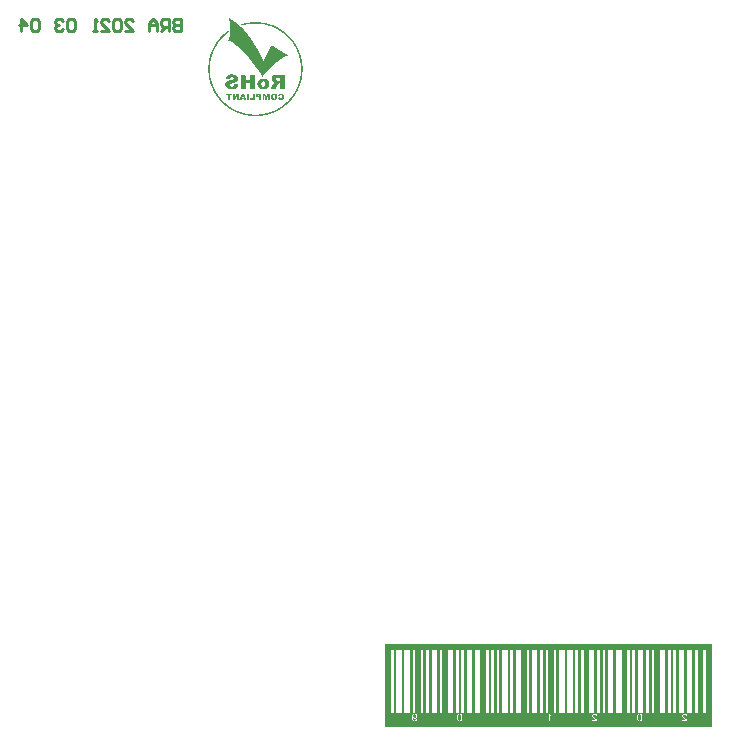
<source format=gbo>
G04*
G04 #@! TF.GenerationSoftware,Altium Limited,Altium Designer,21.0.8 (223)*
G04*
G04 Layer_Color=32896*
%FSLAX25Y25*%
%MOIN*%
G70*
G04*
G04 #@! TF.SameCoordinates,7AAE0E32-72D2-4A0B-9A69-79E54AD05685*
G04*
G04*
G04 #@! TF.FilePolarity,Positive*
G04*
G01*
G75*
%ADD11C,0.01000*%
G36*
X112247Y347233D02*
X112416D01*
Y347148D01*
X112586D01*
Y347063D01*
X112671D01*
Y346979D01*
X112840D01*
Y346894D01*
X113010D01*
Y346809D01*
X113094D01*
Y346725D01*
X113264D01*
Y346640D01*
X113348D01*
Y346555D01*
X113518D01*
Y346470D01*
X113603D01*
Y346386D01*
X113772D01*
Y346301D01*
X113857D01*
Y346216D01*
X114026D01*
Y346131D01*
X114111D01*
Y346046D01*
X114196D01*
Y345962D01*
X114281D01*
Y345877D01*
X114450D01*
Y345792D01*
X114535D01*
Y345708D01*
X114620D01*
Y345623D01*
X114705D01*
Y345538D01*
X114789D01*
Y345453D01*
X114959D01*
Y345369D01*
X115043D01*
Y345284D01*
X115128D01*
Y345199D01*
X115213D01*
Y345114D01*
X115298D01*
Y345029D01*
X115383D01*
Y344945D01*
X115467D01*
Y344860D01*
X115637D01*
Y344775D01*
X115721D01*
Y344690D01*
X115806D01*
Y344606D01*
X115891D01*
Y344521D01*
X115976D01*
Y344436D01*
X116060D01*
Y344352D01*
X116145D01*
Y344267D01*
X116230D01*
Y344182D01*
X116315D01*
Y344097D01*
X116400D01*
Y344012D01*
X116484D01*
Y343928D01*
X116569D01*
Y343843D01*
X116654D01*
Y343758D01*
X116738D01*
Y343673D01*
X116823D01*
Y343589D01*
X116908D01*
Y343504D01*
Y343419D01*
X116993D01*
Y343335D01*
X117078D01*
Y343250D01*
X117162D01*
Y343165D01*
X117247D01*
Y343080D01*
X117332D01*
Y342996D01*
X117417D01*
Y342911D01*
X117501D01*
Y342826D01*
X117586D01*
Y342741D01*
Y342656D01*
X117671D01*
Y342572D01*
X117755D01*
Y342487D01*
X117840D01*
Y342402D01*
X117925D01*
Y342318D01*
Y342233D01*
X118010D01*
Y342148D01*
X118095D01*
Y342063D01*
X118179D01*
Y341979D01*
X118264D01*
Y341894D01*
X118349D01*
Y341809D01*
Y341724D01*
X118433D01*
Y341639D01*
X118518D01*
Y341555D01*
X118603D01*
Y341470D01*
Y341385D01*
X118688D01*
Y341301D01*
X118772D01*
Y341216D01*
X118857D01*
Y341131D01*
Y341046D01*
X118942D01*
Y340962D01*
X119027D01*
Y340877D01*
Y340792D01*
X119112D01*
Y340707D01*
X119196D01*
Y340622D01*
X119281D01*
Y340538D01*
Y340453D01*
X119366D01*
Y340368D01*
X119450D01*
Y340283D01*
Y340199D01*
X119535D01*
Y340114D01*
X119620D01*
Y340029D01*
X119705D01*
Y339945D01*
Y339860D01*
X119790D01*
Y339775D01*
X119874D01*
Y339690D01*
Y339605D01*
X119959D01*
Y339521D01*
X120044D01*
Y339436D01*
Y339351D01*
X120129D01*
Y339266D01*
X120213D01*
Y339182D01*
Y339097D01*
X120298D01*
Y339012D01*
X120383D01*
Y338928D01*
Y338843D01*
X120467D01*
Y338758D01*
Y338673D01*
X120552D01*
Y338589D01*
Y338504D01*
X120637D01*
Y338419D01*
X120722D01*
Y338334D01*
X120807D01*
Y338249D01*
Y338165D01*
X120891D01*
Y338080D01*
Y337995D01*
X120976D01*
Y337911D01*
Y337826D01*
X121061D01*
Y337741D01*
X121145D01*
Y337656D01*
Y337572D01*
X121230D01*
Y337487D01*
Y337402D01*
X121315D01*
Y337317D01*
Y337232D01*
X121400D01*
Y337148D01*
X121484D01*
Y337063D01*
Y336978D01*
X121569D01*
Y336894D01*
Y336809D01*
X121654D01*
Y336724D01*
Y336639D01*
X121739D01*
Y336555D01*
X121824D01*
Y336470D01*
Y336385D01*
X121908D01*
Y336300D01*
Y336215D01*
X121993D01*
Y336131D01*
Y336046D01*
X122078D01*
Y335961D01*
Y335876D01*
X122162D01*
Y335792D01*
Y335707D01*
X122247D01*
Y335622D01*
Y335538D01*
X122332D01*
Y335453D01*
Y335368D01*
X122417D01*
Y335283D01*
X122502D01*
Y335198D01*
Y335114D01*
X122586D01*
Y335029D01*
Y334944D01*
X122671D01*
Y334859D01*
Y334775D01*
X122756D01*
Y334690D01*
Y334605D01*
Y334521D01*
X122840D01*
Y334436D01*
X122925D01*
Y334351D01*
Y334266D01*
Y334181D01*
X123010D01*
Y334097D01*
Y334012D01*
X123095D01*
Y333927D01*
Y333842D01*
X123179D01*
Y333758D01*
Y333673D01*
X123264D01*
Y333588D01*
Y333504D01*
Y333419D01*
X123349D01*
Y333334D01*
X123434D01*
Y333249D01*
Y333165D01*
X123603D01*
Y333249D01*
Y333334D01*
X123688D01*
Y333419D01*
Y333504D01*
X123773D01*
Y333588D01*
Y333673D01*
X123857D01*
Y333758D01*
Y333842D01*
X123942D01*
Y333927D01*
Y334012D01*
X124027D01*
Y334097D01*
X124112D01*
Y334181D01*
Y334266D01*
Y334351D01*
X124197D01*
Y334436D01*
Y334521D01*
X124281D01*
Y334605D01*
X124366D01*
Y334690D01*
Y334775D01*
X124451D01*
Y334859D01*
Y334944D01*
X124536D01*
Y335029D01*
Y335114D01*
X124620D01*
Y335198D01*
Y335283D01*
X124705D01*
Y335368D01*
Y335453D01*
X124790D01*
Y335538D01*
Y335622D01*
X124874D01*
Y335707D01*
Y335792D01*
X124959D01*
Y335876D01*
Y335961D01*
X125044D01*
Y336046D01*
Y336131D01*
X125129D01*
Y336215D01*
Y336300D01*
X125214D01*
Y336385D01*
Y336470D01*
X125298D01*
Y336555D01*
Y336639D01*
X125383D01*
Y336724D01*
Y336809D01*
X125468D01*
Y336894D01*
Y336978D01*
X125552D01*
Y337063D01*
X125637D01*
Y337148D01*
Y337232D01*
X125722D01*
Y337317D01*
Y337402D01*
X125807D01*
Y337487D01*
Y337572D01*
X125891D01*
Y337656D01*
Y337741D01*
X125976D01*
Y337826D01*
Y337911D01*
X126061D01*
Y337995D01*
Y338080D01*
X126146D01*
Y338165D01*
Y338249D01*
X126231D01*
Y338334D01*
X126315D01*
Y338249D01*
X126400D01*
Y338165D01*
X126569D01*
Y338080D01*
X126739D01*
Y337995D01*
X126909D01*
Y337911D01*
X126993D01*
Y337826D01*
X127163D01*
Y337741D01*
X127332D01*
Y337656D01*
X127417D01*
Y337572D01*
X127586D01*
Y337487D01*
X127671D01*
Y337402D01*
X127841D01*
Y337317D01*
X128010D01*
Y337232D01*
X128095D01*
Y337148D01*
X128264D01*
Y337063D01*
X128434D01*
Y336978D01*
X128519D01*
Y336894D01*
X128688D01*
Y336809D01*
X128858D01*
Y336724D01*
X129027D01*
Y336639D01*
X129112D01*
Y336555D01*
X129281D01*
Y336470D01*
X129366D01*
Y336385D01*
X129536D01*
Y336300D01*
X129705D01*
Y336215D01*
X129790D01*
Y336131D01*
X129959D01*
Y336046D01*
X130129D01*
Y335961D01*
X130214D01*
Y335876D01*
X130383D01*
Y335792D01*
X130468D01*
Y335707D01*
X130638D01*
Y335622D01*
X130807D01*
Y335538D01*
X130976D01*
Y335453D01*
X131061D01*
Y335368D01*
X131231D01*
Y335283D01*
X131316D01*
Y335198D01*
X131485D01*
Y335114D01*
X131655D01*
Y335029D01*
X131739D01*
Y334944D01*
X131655D01*
Y334859D01*
X131485D01*
Y334775D01*
X131231D01*
Y334690D01*
X130976D01*
Y334605D01*
X130807D01*
Y334521D01*
X130722D01*
Y334436D01*
X130468D01*
Y334351D01*
X130383D01*
Y334266D01*
X130214D01*
Y334181D01*
X130044D01*
Y334097D01*
X129959D01*
Y334012D01*
X129790D01*
Y333927D01*
X129621D01*
Y333842D01*
X129536D01*
Y333758D01*
X129366D01*
Y333673D01*
X129281D01*
Y333588D01*
X129197D01*
Y333504D01*
X129027D01*
Y333419D01*
X128943D01*
Y333334D01*
X128773D01*
Y333249D01*
X128688D01*
Y333165D01*
X128603D01*
Y333080D01*
X128434D01*
Y332995D01*
X128349D01*
Y332910D01*
X128264D01*
Y332825D01*
X128095D01*
Y332741D01*
X128010D01*
Y332656D01*
X127841D01*
Y332571D01*
X127756D01*
Y332487D01*
X127671D01*
Y332402D01*
X127586D01*
Y332317D01*
X127502D01*
Y332232D01*
X127417D01*
Y332148D01*
X127248D01*
Y332063D01*
X127163D01*
Y331978D01*
X127078D01*
Y331893D01*
X126993D01*
Y331808D01*
X126909D01*
Y331724D01*
X126824D01*
Y331639D01*
X126654D01*
Y331554D01*
X126569D01*
Y331469D01*
X126485D01*
Y331385D01*
X126400D01*
Y331300D01*
X126315D01*
Y331215D01*
X126231D01*
Y331131D01*
X126146D01*
Y331046D01*
X126061D01*
Y330961D01*
X125976D01*
Y330876D01*
X125891D01*
Y330791D01*
X125807D01*
Y330707D01*
X125722D01*
Y330622D01*
X125637D01*
Y330537D01*
X125552D01*
Y330452D01*
X125468D01*
Y330368D01*
X125383D01*
Y330283D01*
X125298D01*
Y330198D01*
X125214D01*
Y330114D01*
X125129D01*
Y330029D01*
X125044D01*
Y329944D01*
X124959D01*
Y329859D01*
X124874D01*
Y329774D01*
X124790D01*
Y329690D01*
X124705D01*
Y329605D01*
X124620D01*
Y329520D01*
X124536D01*
Y329435D01*
X124451D01*
Y329351D01*
X124366D01*
Y329266D01*
Y329181D01*
X124281D01*
Y329097D01*
X124197D01*
Y329012D01*
X124112D01*
Y328927D01*
X124027D01*
Y328842D01*
X123942D01*
Y328758D01*
X123857D01*
Y328673D01*
X123773D01*
Y328588D01*
Y328503D01*
X123688D01*
Y328418D01*
X123603D01*
Y328334D01*
X123519D01*
Y328249D01*
X123434D01*
Y328164D01*
X123349D01*
Y328080D01*
X123264D01*
Y327995D01*
Y327910D01*
X123095D01*
Y327995D01*
Y328080D01*
X123010D01*
Y328164D01*
X122925D01*
Y328249D01*
Y328334D01*
X122840D01*
Y328418D01*
Y328503D01*
X122756D01*
Y328588D01*
Y328673D01*
X122671D01*
Y328758D01*
X122586D01*
Y328842D01*
Y328927D01*
X122502D01*
Y329012D01*
X122417D01*
Y329097D01*
Y329181D01*
X122332D01*
Y329266D01*
Y329351D01*
X122247D01*
Y329435D01*
X122162D01*
Y329520D01*
Y329605D01*
X122078D01*
Y329690D01*
X121993D01*
Y329774D01*
Y329859D01*
X121908D01*
Y329944D01*
X121824D01*
Y330029D01*
X121739D01*
Y330114D01*
Y330198D01*
X121654D01*
Y330283D01*
Y330368D01*
X121569D01*
Y330452D01*
X121484D01*
Y330537D01*
X121400D01*
Y330622D01*
Y330707D01*
X121315D01*
Y330791D01*
X121230D01*
Y330876D01*
X121145D01*
Y330961D01*
Y331046D01*
X121061D01*
Y331131D01*
X120976D01*
Y331215D01*
X120891D01*
Y331300D01*
Y331385D01*
X120807D01*
Y331469D01*
X120722D01*
Y331554D01*
Y331639D01*
X120637D01*
Y331724D01*
X120552D01*
Y331808D01*
X120467D01*
Y331893D01*
Y331978D01*
X120383D01*
Y332063D01*
X120298D01*
Y332148D01*
X120213D01*
Y332232D01*
X120129D01*
Y332317D01*
Y332402D01*
X120044D01*
Y332487D01*
X119959D01*
Y332571D01*
X119874D01*
Y332656D01*
X119790D01*
Y332741D01*
Y332825D01*
X119705D01*
Y332910D01*
X119620D01*
Y332995D01*
X119535D01*
Y333080D01*
X119450D01*
Y333165D01*
Y333249D01*
X119366D01*
Y333334D01*
X119281D01*
Y333419D01*
X119196D01*
Y333504D01*
X119112D01*
Y333588D01*
X119027D01*
Y333673D01*
Y333758D01*
X118942D01*
Y333842D01*
X118857D01*
Y333927D01*
X118772D01*
Y334012D01*
X118688D01*
Y334097D01*
X118603D01*
Y334181D01*
Y334266D01*
X118433D01*
Y334351D01*
Y334436D01*
X118349D01*
Y334521D01*
X118264D01*
Y334605D01*
X118179D01*
Y334690D01*
X118095D01*
Y334775D01*
X118010D01*
Y334859D01*
Y334944D01*
X117925D01*
Y335029D01*
X117840D01*
Y335114D01*
X117755D01*
Y335198D01*
X117671D01*
Y335283D01*
X117586D01*
Y335368D01*
X117501D01*
Y335453D01*
X117417D01*
Y335538D01*
X117332D01*
Y335622D01*
X117247D01*
Y335707D01*
X117162D01*
Y335792D01*
Y335876D01*
X117078D01*
Y335961D01*
X116993D01*
Y336046D01*
X116908D01*
Y336131D01*
X116823D01*
Y336215D01*
X116738D01*
Y336300D01*
X116654D01*
Y336385D01*
X116569D01*
Y336470D01*
X116484D01*
Y336555D01*
X116400D01*
Y336639D01*
X116315D01*
Y336724D01*
X116230D01*
Y336809D01*
X116145D01*
Y336894D01*
X116060D01*
Y336978D01*
X115976D01*
Y337063D01*
X115891D01*
Y337148D01*
X115806D01*
Y337232D01*
X115637D01*
Y337317D01*
X115552D01*
Y337402D01*
X115467D01*
Y337487D01*
X115383D01*
Y337572D01*
X115298D01*
Y337656D01*
X115213D01*
Y337741D01*
X115128D01*
Y337826D01*
X115043D01*
Y337911D01*
X114959D01*
Y337995D01*
X114789D01*
Y338080D01*
X114705D01*
Y338165D01*
X114620D01*
Y338249D01*
X114535D01*
Y338334D01*
X114450D01*
Y338419D01*
X114281D01*
Y338504D01*
X114196D01*
Y338589D01*
X114111D01*
Y338673D01*
X113942D01*
Y338758D01*
X113857D01*
Y338843D01*
X113772D01*
Y338928D01*
X113688D01*
Y339012D01*
X113518D01*
Y339097D01*
X113433D01*
Y339182D01*
X113264D01*
Y339266D01*
X113179D01*
Y339351D01*
X113010D01*
Y339436D01*
X112840D01*
Y339521D01*
X112671D01*
Y339605D01*
X112501D01*
Y339690D01*
X112331D01*
Y339775D01*
X112162D01*
Y339860D01*
X111823D01*
Y339945D01*
Y340029D01*
Y340114D01*
X111908D01*
Y340199D01*
Y340283D01*
X111993D01*
Y340368D01*
Y340453D01*
Y340538D01*
X112077D01*
Y340622D01*
Y340707D01*
Y340792D01*
Y340877D01*
X112162D01*
Y340962D01*
Y341046D01*
Y341131D01*
Y341216D01*
X112247D01*
Y341301D01*
Y341385D01*
Y341470D01*
Y341555D01*
X112331D01*
Y341639D01*
Y341724D01*
Y341809D01*
Y341894D01*
Y341979D01*
Y342063D01*
Y342148D01*
X112416D01*
Y342233D01*
Y342318D01*
Y342402D01*
Y342487D01*
Y342572D01*
Y342656D01*
Y342741D01*
Y342826D01*
Y342911D01*
Y342996D01*
Y343080D01*
Y343165D01*
Y343250D01*
Y343335D01*
Y343419D01*
Y343504D01*
Y343589D01*
Y343673D01*
Y343758D01*
Y343843D01*
Y343928D01*
Y344012D01*
Y344097D01*
Y344182D01*
Y344267D01*
Y344352D01*
Y344436D01*
Y344521D01*
Y344606D01*
Y344690D01*
Y344775D01*
X112331D01*
Y344860D01*
Y344945D01*
Y345029D01*
Y345114D01*
Y345199D01*
Y345284D01*
Y345369D01*
Y345453D01*
X112247D01*
Y345538D01*
Y345623D01*
Y345708D01*
Y345792D01*
Y345877D01*
Y345962D01*
Y346046D01*
Y346131D01*
Y346216D01*
Y346301D01*
Y346386D01*
X112162D01*
Y346470D01*
Y346555D01*
Y346640D01*
Y346725D01*
Y346809D01*
Y346894D01*
Y346979D01*
Y347063D01*
Y347148D01*
Y347233D01*
Y347318D01*
X112247D01*
Y347233D01*
D02*
G37*
G36*
X120722Y328418D02*
Y328334D01*
Y328249D01*
Y328164D01*
Y328080D01*
Y327995D01*
Y327910D01*
Y327825D01*
Y327741D01*
Y327656D01*
Y327571D01*
Y327486D01*
Y327401D01*
Y327317D01*
Y327232D01*
Y327147D01*
Y327063D01*
Y326978D01*
Y326893D01*
Y326808D01*
Y326724D01*
Y326639D01*
Y326554D01*
Y326469D01*
Y326384D01*
Y326300D01*
Y326215D01*
Y326130D01*
Y326045D01*
Y325961D01*
Y325876D01*
Y325791D01*
Y325707D01*
Y325622D01*
Y325537D01*
Y325452D01*
Y325367D01*
Y325283D01*
Y325198D01*
Y325113D01*
Y325028D01*
Y324944D01*
Y324859D01*
Y324774D01*
Y324690D01*
Y324605D01*
Y324520D01*
Y324435D01*
Y324351D01*
Y324266D01*
Y324181D01*
Y324096D01*
Y324011D01*
Y323927D01*
Y323842D01*
Y323757D01*
Y323673D01*
X119196D01*
Y323757D01*
Y323842D01*
Y323927D01*
Y324011D01*
Y324096D01*
Y324181D01*
Y324266D01*
Y324351D01*
Y324435D01*
Y324520D01*
Y324605D01*
Y324690D01*
Y324774D01*
Y324859D01*
Y324944D01*
Y325028D01*
Y325113D01*
Y325198D01*
Y325283D01*
Y325367D01*
Y325452D01*
Y325537D01*
Y325622D01*
X117586D01*
Y325537D01*
Y325452D01*
Y325367D01*
Y325283D01*
Y325198D01*
Y325113D01*
Y325028D01*
Y324944D01*
Y324859D01*
Y324774D01*
Y324690D01*
Y324605D01*
Y324520D01*
Y324435D01*
Y324351D01*
Y324266D01*
Y324181D01*
Y324096D01*
Y324011D01*
Y323927D01*
Y323842D01*
Y323757D01*
Y323673D01*
X116060D01*
Y323757D01*
Y323842D01*
Y323927D01*
Y324011D01*
Y324096D01*
Y324181D01*
Y324266D01*
Y324351D01*
Y324435D01*
Y324520D01*
Y324605D01*
Y324690D01*
Y324774D01*
Y324859D01*
Y324944D01*
Y325028D01*
Y325113D01*
Y325198D01*
Y325283D01*
Y325367D01*
Y325452D01*
Y325537D01*
Y325622D01*
Y325707D01*
Y325791D01*
Y325876D01*
Y325961D01*
Y326045D01*
Y326130D01*
Y326215D01*
Y326300D01*
Y326384D01*
Y326469D01*
Y326554D01*
Y326639D01*
Y326724D01*
Y326808D01*
Y326893D01*
Y326978D01*
Y327063D01*
Y327147D01*
Y327232D01*
Y327317D01*
Y327401D01*
Y327486D01*
Y327571D01*
Y327656D01*
Y327741D01*
Y327825D01*
Y327910D01*
Y327995D01*
Y328080D01*
Y328164D01*
Y328249D01*
Y328334D01*
Y328418D01*
Y328503D01*
X117501D01*
Y328418D01*
X117586D01*
Y328334D01*
X117501D01*
Y328249D01*
X117586D01*
Y328164D01*
Y328080D01*
Y327995D01*
Y327910D01*
Y327825D01*
Y327741D01*
Y327656D01*
Y327571D01*
Y327486D01*
Y327401D01*
Y327317D01*
Y327232D01*
Y327147D01*
Y327063D01*
Y326978D01*
Y326893D01*
Y326808D01*
X119196D01*
Y326893D01*
Y326978D01*
Y327063D01*
Y327147D01*
Y327232D01*
Y327317D01*
Y327401D01*
Y327486D01*
Y327571D01*
Y327656D01*
Y327741D01*
Y327825D01*
Y327910D01*
Y327995D01*
Y328080D01*
Y328164D01*
Y328249D01*
Y328334D01*
Y328418D01*
Y328503D01*
X120722D01*
Y328418D01*
D02*
G37*
G36*
X130638D02*
Y328334D01*
Y328249D01*
Y328164D01*
Y328080D01*
Y327995D01*
Y327910D01*
Y327825D01*
Y327741D01*
Y327656D01*
Y327571D01*
Y327486D01*
Y327401D01*
Y327317D01*
Y327232D01*
Y327147D01*
Y327063D01*
Y326978D01*
Y326893D01*
Y326808D01*
Y326724D01*
Y326639D01*
Y326554D01*
Y326469D01*
Y326384D01*
Y326300D01*
Y326215D01*
Y326130D01*
Y326045D01*
Y325961D01*
Y325876D01*
Y325791D01*
Y325707D01*
Y325622D01*
Y325537D01*
Y325452D01*
Y325367D01*
Y325283D01*
Y325198D01*
Y325113D01*
Y325028D01*
Y324944D01*
Y324859D01*
Y324774D01*
Y324690D01*
Y324605D01*
Y324520D01*
Y324435D01*
Y324351D01*
Y324266D01*
Y324181D01*
Y324096D01*
Y324011D01*
Y323927D01*
Y323842D01*
Y323757D01*
Y323673D01*
X129112D01*
Y323757D01*
Y323842D01*
Y323927D01*
Y324011D01*
Y324096D01*
Y324181D01*
Y324266D01*
Y324351D01*
Y324435D01*
Y324520D01*
Y324605D01*
Y324690D01*
Y324774D01*
Y324859D01*
Y324944D01*
Y325028D01*
Y325113D01*
Y325198D01*
Y325283D01*
Y325367D01*
Y325452D01*
Y325537D01*
Y325622D01*
X128773D01*
Y325537D01*
X128603D01*
Y325452D01*
X128519D01*
Y325367D01*
X128434D01*
Y325283D01*
Y325198D01*
X128349D01*
Y325113D01*
Y325028D01*
X128264D01*
Y324944D01*
X128180D01*
Y324859D01*
Y324774D01*
X128095D01*
Y324690D01*
Y324605D01*
X128010D01*
Y324520D01*
Y324435D01*
X127926D01*
Y324351D01*
Y324266D01*
X127841D01*
Y324181D01*
Y324096D01*
X127756D01*
Y324011D01*
X127671D01*
Y323927D01*
Y323842D01*
X127586D01*
Y323757D01*
Y323673D01*
X125891D01*
Y323757D01*
Y323842D01*
X125976D01*
Y323927D01*
Y324011D01*
X126061D01*
Y324096D01*
Y324181D01*
X126146D01*
Y324266D01*
X126231D01*
Y324351D01*
Y324435D01*
X126315D01*
Y324520D01*
Y324605D01*
X126400D01*
Y324690D01*
Y324774D01*
X126485D01*
Y324859D01*
Y324944D01*
X126569D01*
Y325028D01*
Y325113D01*
X126654D01*
Y325198D01*
X126739D01*
Y325283D01*
Y325367D01*
X126824D01*
Y325452D01*
X126909D01*
Y325537D01*
X126993D01*
Y325622D01*
X127163D01*
Y325707D01*
X127248D01*
Y325791D01*
Y325876D01*
X126993D01*
Y325961D01*
X126824D01*
Y326045D01*
X126739D01*
Y326130D01*
X126654D01*
Y326215D01*
X126569D01*
Y326300D01*
X126485D01*
Y326384D01*
X126400D01*
Y326469D01*
Y326554D01*
X126315D01*
Y326639D01*
Y326724D01*
X126231D01*
Y326808D01*
Y326893D01*
Y326978D01*
Y327063D01*
Y327147D01*
Y327232D01*
Y327317D01*
Y327401D01*
Y327486D01*
Y327571D01*
X126315D01*
Y327656D01*
Y327741D01*
X126400D01*
Y327825D01*
Y327910D01*
X126485D01*
Y327995D01*
X126569D01*
Y328080D01*
Y328164D01*
X126739D01*
Y328249D01*
X126824D01*
Y328334D01*
X126993D01*
Y328418D01*
X127417D01*
Y328503D01*
X130638D01*
Y328418D01*
D02*
G37*
G36*
X124027Y327147D02*
X124366D01*
Y327063D01*
X124620D01*
Y326978D01*
X124705D01*
Y326893D01*
X124874D01*
Y326808D01*
X124959D01*
Y326724D01*
X125044D01*
Y326639D01*
X125129D01*
Y326554D01*
X125214D01*
Y326469D01*
X125298D01*
Y326384D01*
Y326300D01*
X125383D01*
Y326215D01*
Y326130D01*
X125468D01*
Y326045D01*
Y325961D01*
Y325876D01*
X125552D01*
Y325791D01*
Y325707D01*
Y325622D01*
Y325537D01*
Y325452D01*
Y325367D01*
Y325283D01*
Y325198D01*
Y325113D01*
Y325028D01*
Y324944D01*
X125468D01*
Y324859D01*
Y324774D01*
Y324690D01*
X125383D01*
Y324605D01*
Y324520D01*
Y324435D01*
X125298D01*
Y324351D01*
X125214D01*
Y324266D01*
X125129D01*
Y324181D01*
X125044D01*
Y324096D01*
X124959D01*
Y324011D01*
X124874D01*
Y323927D01*
X124790D01*
Y323842D01*
X124620D01*
Y323757D01*
X124451D01*
Y323673D01*
X124112D01*
Y323588D01*
X122925D01*
Y323673D01*
X122671D01*
Y323757D01*
X122502D01*
Y323842D01*
X122332D01*
Y323927D01*
X122162D01*
Y324011D01*
X122078D01*
Y324096D01*
X121993D01*
Y324181D01*
X121908D01*
Y324266D01*
X121824D01*
Y324351D01*
Y324435D01*
X121739D01*
Y324520D01*
X121654D01*
Y324605D01*
Y324690D01*
X121569D01*
Y324774D01*
Y324859D01*
Y324944D01*
Y325028D01*
X121484D01*
Y325113D01*
Y325198D01*
Y325283D01*
Y325367D01*
Y325452D01*
Y325537D01*
Y325622D01*
Y325707D01*
X121569D01*
Y325791D01*
Y325876D01*
Y325961D01*
Y326045D01*
X121654D01*
Y326130D01*
Y326215D01*
Y326300D01*
X121739D01*
Y326384D01*
X121824D01*
Y326469D01*
Y326554D01*
X121908D01*
Y326639D01*
X121993D01*
Y326724D01*
X122078D01*
Y326808D01*
X122162D01*
Y326893D01*
X122332D01*
Y326978D01*
X122417D01*
Y327063D01*
X122671D01*
Y327147D01*
X123010D01*
Y327232D01*
X124027D01*
Y327147D01*
D02*
G37*
G36*
X113518Y328503D02*
X114026D01*
Y328418D01*
X114281D01*
Y328334D01*
X114450D01*
Y328249D01*
X114535D01*
Y328164D01*
X114705D01*
Y328080D01*
X114789D01*
Y327995D01*
X114874D01*
Y327910D01*
Y327825D01*
X114959D01*
Y327741D01*
Y327656D01*
X115043D01*
Y327571D01*
Y327486D01*
Y327401D01*
Y327317D01*
X115128D01*
Y327232D01*
Y327147D01*
Y327063D01*
Y326978D01*
X115043D01*
Y326893D01*
Y326808D01*
Y326724D01*
Y326639D01*
X114959D01*
Y326554D01*
Y326469D01*
X114874D01*
Y326384D01*
X114789D01*
Y326300D01*
X114705D01*
Y326215D01*
X114620D01*
Y326130D01*
X114450D01*
Y326045D01*
X114365D01*
Y325961D01*
X114111D01*
Y325876D01*
X113942D01*
Y325791D01*
X113688D01*
Y325707D01*
X113348D01*
Y325622D01*
X113010D01*
Y325537D01*
X112755D01*
Y325452D01*
X112586D01*
Y325367D01*
X112416D01*
Y325283D01*
Y325198D01*
X112331D01*
Y325113D01*
Y325028D01*
Y324944D01*
Y324859D01*
Y324774D01*
X112416D01*
Y324690D01*
X112501D01*
Y324605D01*
X112671D01*
Y324520D01*
X113348D01*
Y324605D01*
X113518D01*
Y324690D01*
X113603D01*
Y324774D01*
X113688D01*
Y324859D01*
X113772D01*
Y324944D01*
Y325028D01*
X113857D01*
Y325113D01*
Y325198D01*
Y325283D01*
X115213D01*
Y325198D01*
X115298D01*
Y325113D01*
Y325028D01*
Y324944D01*
X115213D01*
Y324859D01*
Y324774D01*
Y324690D01*
Y324605D01*
X115128D01*
Y324520D01*
X115043D01*
Y324435D01*
Y324351D01*
X114959D01*
Y324266D01*
X114874D01*
Y324181D01*
Y324096D01*
X114789D01*
Y324011D01*
X114705D01*
Y323927D01*
X114535D01*
Y323842D01*
X114365D01*
Y323757D01*
X114196D01*
Y323673D01*
X113857D01*
Y323588D01*
X112331D01*
Y323673D01*
X111993D01*
Y323757D01*
X111823D01*
Y323842D01*
X111653D01*
Y323927D01*
X111484D01*
Y324011D01*
X111399D01*
Y324096D01*
X111314D01*
Y324181D01*
X111230D01*
Y324266D01*
X111145D01*
Y324351D01*
Y324435D01*
X111060D01*
Y324520D01*
Y324605D01*
X110976D01*
Y324690D01*
Y324774D01*
X110891D01*
Y324859D01*
Y324944D01*
Y325028D01*
Y325113D01*
Y325198D01*
Y325283D01*
Y325367D01*
Y325452D01*
Y325537D01*
Y325622D01*
X110976D01*
Y325707D01*
Y325791D01*
Y325876D01*
X111060D01*
Y325961D01*
X111145D01*
Y326045D01*
Y326130D01*
X111230D01*
Y326215D01*
X111314D01*
Y326300D01*
X111484D01*
Y326384D01*
X111569D01*
Y326469D01*
X111738D01*
Y326554D01*
X111993D01*
Y326639D01*
X112247D01*
Y326724D01*
X112586D01*
Y326808D01*
X112840D01*
Y326893D01*
X113264D01*
Y326978D01*
X113518D01*
Y327063D01*
X113603D01*
Y327147D01*
X113688D01*
Y327232D01*
X113772D01*
Y327317D01*
Y327401D01*
X113688D01*
Y327486D01*
X113603D01*
Y327571D01*
X113518D01*
Y327656D01*
X113348D01*
Y327741D01*
X113094D01*
Y327656D01*
X112840D01*
Y327571D01*
X112671D01*
Y327486D01*
X112586D01*
Y327401D01*
X112501D01*
Y327317D01*
Y327232D01*
Y327147D01*
X112416D01*
Y327063D01*
X111823D01*
Y327147D01*
X111060D01*
Y327232D01*
Y327317D01*
Y327401D01*
Y327486D01*
X111145D01*
Y327571D01*
Y327656D01*
X111230D01*
Y327741D01*
Y327825D01*
X111314D01*
Y327910D01*
Y327995D01*
X111399D01*
Y328080D01*
X111484D01*
Y328164D01*
X111569D01*
Y328249D01*
X111738D01*
Y328334D01*
X111908D01*
Y328418D01*
X112162D01*
Y328503D01*
X112501D01*
Y328588D01*
X113518D01*
Y328503D01*
D02*
G37*
G36*
X120637Y322147D02*
X120722D01*
Y322062D01*
Y321977D01*
Y321893D01*
Y321808D01*
Y321723D01*
Y321638D01*
Y321554D01*
Y321469D01*
Y321384D01*
Y321300D01*
Y321215D01*
Y321130D01*
Y321045D01*
Y320960D01*
Y320876D01*
Y320791D01*
Y320706D01*
Y320621D01*
Y320537D01*
Y320452D01*
Y320367D01*
Y320283D01*
Y320198D01*
Y320113D01*
X119112D01*
Y320198D01*
X119027D01*
Y320283D01*
X119112D01*
Y320367D01*
Y320452D01*
Y320537D01*
Y320621D01*
X120044D01*
Y320706D01*
X120129D01*
Y320791D01*
Y320876D01*
Y320960D01*
Y321045D01*
Y321130D01*
Y321215D01*
Y321300D01*
Y321384D01*
Y321469D01*
Y321554D01*
Y321638D01*
Y321723D01*
Y321808D01*
Y321893D01*
Y321977D01*
Y322062D01*
Y322147D01*
Y322232D01*
X120213D01*
Y322147D01*
X120298D01*
Y322232D01*
X120467D01*
Y322147D01*
X120552D01*
Y322232D01*
X120637D01*
Y322147D01*
D02*
G37*
G36*
X118688D02*
Y322062D01*
Y321977D01*
Y321893D01*
Y321808D01*
Y321723D01*
Y321638D01*
Y321554D01*
Y321469D01*
Y321384D01*
Y321300D01*
Y321215D01*
Y321130D01*
Y321045D01*
Y320960D01*
Y320876D01*
Y320791D01*
Y320706D01*
Y320621D01*
Y320537D01*
Y320452D01*
X118772D01*
Y320367D01*
X118688D01*
Y320283D01*
Y320198D01*
Y320113D01*
X118095D01*
Y320198D01*
Y320283D01*
Y320367D01*
Y320452D01*
Y320537D01*
Y320621D01*
Y320706D01*
Y320791D01*
Y320876D01*
Y320960D01*
Y321045D01*
Y321130D01*
Y321215D01*
Y321300D01*
Y321384D01*
Y321469D01*
Y321554D01*
Y321638D01*
Y321723D01*
Y321808D01*
Y321893D01*
Y321977D01*
Y322062D01*
Y322147D01*
X118179D01*
Y322232D01*
X118264D01*
Y322147D01*
X118349D01*
Y322232D01*
X118688D01*
Y322147D01*
D02*
G37*
G36*
X115213D02*
X115298D01*
Y322062D01*
Y321977D01*
Y321893D01*
Y321808D01*
Y321723D01*
Y321638D01*
Y321554D01*
Y321469D01*
Y321384D01*
Y321300D01*
Y321215D01*
Y321130D01*
Y321045D01*
Y320960D01*
Y320876D01*
Y320791D01*
Y320706D01*
Y320621D01*
Y320537D01*
Y320452D01*
Y320367D01*
Y320283D01*
Y320198D01*
Y320113D01*
X114705D01*
Y320198D01*
Y320283D01*
Y320367D01*
Y320452D01*
Y320537D01*
Y320621D01*
Y320706D01*
Y320791D01*
Y320876D01*
Y320960D01*
Y321045D01*
Y321130D01*
X114620D01*
Y321045D01*
X114535D01*
Y320960D01*
X114450D01*
Y320876D01*
Y320791D01*
X114365D01*
Y320706D01*
X114281D01*
Y320621D01*
Y320537D01*
X114196D01*
Y320452D01*
X114111D01*
Y320367D01*
Y320283D01*
X114026D01*
Y320198D01*
X113942D01*
Y320113D01*
X113348D01*
Y320198D01*
Y320283D01*
Y320367D01*
Y320452D01*
Y320537D01*
Y320621D01*
Y320706D01*
Y320791D01*
Y320876D01*
Y320960D01*
Y321045D01*
Y321130D01*
Y321215D01*
Y321300D01*
Y321384D01*
Y321469D01*
Y321554D01*
Y321638D01*
Y321723D01*
Y321808D01*
Y321893D01*
Y321977D01*
Y322062D01*
Y322147D01*
Y322232D01*
X113433D01*
Y322147D01*
X113518D01*
Y322232D01*
X113857D01*
Y322147D01*
X113942D01*
Y322062D01*
Y321977D01*
Y321893D01*
Y321808D01*
Y321723D01*
Y321638D01*
Y321554D01*
Y321469D01*
Y321384D01*
Y321300D01*
Y321215D01*
Y321130D01*
X114026D01*
Y321215D01*
X114111D01*
Y321300D01*
Y321384D01*
X114196D01*
Y321469D01*
X114281D01*
Y321554D01*
X114365D01*
Y321638D01*
Y321723D01*
X114450D01*
Y321808D01*
X114535D01*
Y321893D01*
Y321977D01*
X114620D01*
Y322062D01*
X114705D01*
Y322147D01*
X114789D01*
Y322232D01*
X114959D01*
Y322147D01*
X115043D01*
Y322232D01*
X115213D01*
Y322147D01*
D02*
G37*
G36*
X113010D02*
Y322062D01*
Y321977D01*
Y321893D01*
Y321808D01*
Y321723D01*
X112416D01*
Y321638D01*
X112331D01*
Y321554D01*
Y321469D01*
Y321384D01*
Y321300D01*
Y321215D01*
Y321130D01*
Y321045D01*
Y320960D01*
Y320876D01*
Y320791D01*
Y320706D01*
Y320621D01*
Y320537D01*
Y320452D01*
Y320367D01*
Y320283D01*
Y320198D01*
Y320113D01*
X111738D01*
Y320198D01*
Y320283D01*
Y320367D01*
Y320452D01*
Y320537D01*
Y320621D01*
Y320706D01*
Y320791D01*
Y320876D01*
Y320960D01*
Y321045D01*
Y321130D01*
Y321215D01*
Y321300D01*
Y321384D01*
Y321469D01*
Y321554D01*
Y321638D01*
Y321723D01*
X111060D01*
Y321808D01*
Y321893D01*
Y321977D01*
Y322062D01*
Y322147D01*
X111145D01*
Y322232D01*
X112755D01*
Y322147D01*
X112840D01*
Y322232D01*
X113010D01*
Y322147D01*
D02*
G37*
G36*
X125552D02*
X125637D01*
Y322062D01*
Y321977D01*
Y321893D01*
Y321808D01*
Y321723D01*
Y321638D01*
Y321554D01*
Y321469D01*
Y321384D01*
Y321300D01*
Y321215D01*
Y321130D01*
Y321045D01*
Y320960D01*
Y320876D01*
Y320791D01*
Y320706D01*
Y320621D01*
Y320537D01*
Y320452D01*
Y320367D01*
Y320283D01*
Y320198D01*
X125552D01*
Y320113D01*
X125129D01*
Y320198D01*
Y320283D01*
Y320367D01*
Y320452D01*
Y320537D01*
Y320621D01*
Y320706D01*
Y320791D01*
Y320876D01*
Y320960D01*
Y321045D01*
Y321130D01*
Y321215D01*
Y321300D01*
Y321384D01*
X125044D01*
Y321469D01*
X124959D01*
Y321384D01*
Y321300D01*
Y321215D01*
Y321130D01*
Y321045D01*
X124874D01*
Y320960D01*
Y320876D01*
Y320791D01*
Y320706D01*
X124790D01*
Y320621D01*
Y320537D01*
Y320452D01*
Y320367D01*
X124705D01*
Y320283D01*
Y320198D01*
Y320113D01*
X124197D01*
Y320198D01*
Y320283D01*
Y320367D01*
X124112D01*
Y320452D01*
Y320537D01*
Y320621D01*
Y320706D01*
X124027D01*
Y320791D01*
Y320876D01*
Y320960D01*
Y321045D01*
X123942D01*
Y321130D01*
Y321215D01*
Y321300D01*
Y321384D01*
Y321469D01*
X123773D01*
Y321384D01*
Y321300D01*
Y321215D01*
Y321130D01*
Y321045D01*
Y320960D01*
Y320876D01*
Y320791D01*
Y320706D01*
Y320621D01*
Y320537D01*
Y320452D01*
Y320367D01*
Y320283D01*
Y320198D01*
Y320113D01*
X123264D01*
Y320198D01*
Y320283D01*
Y320367D01*
Y320452D01*
Y320537D01*
Y320621D01*
Y320706D01*
Y320791D01*
Y320876D01*
Y320960D01*
Y321045D01*
Y321130D01*
Y321215D01*
Y321300D01*
Y321384D01*
Y321469D01*
Y321554D01*
Y321638D01*
Y321723D01*
Y321808D01*
Y321893D01*
Y321977D01*
Y322062D01*
Y322147D01*
X123349D01*
Y322232D01*
X123434D01*
Y322147D01*
X123519D01*
Y322232D01*
X123603D01*
Y322147D01*
X123688D01*
Y322232D01*
X123857D01*
Y322147D01*
X123942D01*
Y322232D01*
X124027D01*
Y322147D01*
X124112D01*
Y322062D01*
X124197D01*
Y321977D01*
Y321893D01*
Y321808D01*
Y321723D01*
X124281D01*
Y321638D01*
Y321554D01*
Y321469D01*
Y321384D01*
X124366D01*
Y321300D01*
Y321215D01*
Y321130D01*
Y321045D01*
X124536D01*
Y321130D01*
Y321215D01*
Y321300D01*
Y321384D01*
X124620D01*
Y321469D01*
Y321554D01*
Y321638D01*
Y321723D01*
X124705D01*
Y321808D01*
Y321893D01*
Y321977D01*
Y322062D01*
X124790D01*
Y322147D01*
X124874D01*
Y322232D01*
X125552D01*
Y322147D01*
D02*
G37*
G36*
X129621D02*
X129959D01*
Y322062D01*
X130044D01*
Y321977D01*
X130129D01*
Y321893D01*
X130214D01*
Y321808D01*
X130298D01*
Y321723D01*
Y321638D01*
X130383D01*
Y321554D01*
Y321469D01*
Y321384D01*
Y321300D01*
Y321215D01*
Y321130D01*
Y321045D01*
Y320960D01*
Y320876D01*
Y320791D01*
Y320706D01*
X130298D01*
Y320621D01*
Y320537D01*
X130214D01*
Y320452D01*
X130129D01*
Y320367D01*
X130044D01*
Y320283D01*
X129959D01*
Y320198D01*
X129790D01*
Y320113D01*
X128943D01*
Y320198D01*
X128773D01*
Y320283D01*
X128688D01*
Y320367D01*
X128603D01*
Y320452D01*
X128519D01*
Y320537D01*
Y320621D01*
X128434D01*
Y320706D01*
Y320791D01*
X128519D01*
Y320876D01*
X128773D01*
Y320960D01*
X128943D01*
Y320876D01*
X129027D01*
Y320791D01*
Y320706D01*
X129112D01*
Y320621D01*
X129281D01*
Y320537D01*
X129536D01*
Y320621D01*
X129621D01*
Y320706D01*
X129705D01*
Y320791D01*
Y320876D01*
X129790D01*
Y320960D01*
Y321045D01*
Y321130D01*
Y321215D01*
Y321300D01*
Y321384D01*
X129705D01*
Y321469D01*
Y321554D01*
Y321638D01*
X129621D01*
Y321723D01*
X129112D01*
Y321638D01*
X129027D01*
Y321554D01*
X128943D01*
Y321469D01*
X128773D01*
Y321554D01*
X128434D01*
Y321638D01*
Y321723D01*
X128519D01*
Y321808D01*
Y321893D01*
X128603D01*
Y321977D01*
X128688D01*
Y322062D01*
X128858D01*
Y322147D01*
X129112D01*
Y322232D01*
X129621D01*
Y322147D01*
D02*
G37*
G36*
X127417D02*
X127671D01*
Y322062D01*
X127841D01*
Y321977D01*
X127926D01*
Y321893D01*
Y321808D01*
X128010D01*
Y321723D01*
X128095D01*
Y321638D01*
Y321554D01*
Y321469D01*
X128180D01*
Y321384D01*
Y321300D01*
Y321215D01*
Y321130D01*
Y321045D01*
Y320960D01*
X128095D01*
Y320876D01*
Y320791D01*
Y320706D01*
Y320621D01*
X128010D01*
Y320537D01*
Y320452D01*
X127926D01*
Y320367D01*
X127841D01*
Y320283D01*
X127671D01*
Y320198D01*
X127502D01*
Y320113D01*
X126654D01*
Y320198D01*
X126485D01*
Y320283D01*
X126315D01*
Y320367D01*
X126231D01*
Y320452D01*
Y320537D01*
X126146D01*
Y320621D01*
X126061D01*
Y320706D01*
Y320791D01*
Y320876D01*
Y320960D01*
X125976D01*
Y321045D01*
Y321130D01*
Y321215D01*
Y321300D01*
Y321384D01*
X126061D01*
Y321469D01*
Y321554D01*
Y321638D01*
Y321723D01*
X126146D01*
Y321808D01*
X126231D01*
Y321893D01*
Y321977D01*
X126400D01*
Y322062D01*
X126485D01*
Y322147D01*
X126824D01*
Y322232D01*
X127417D01*
Y322147D01*
D02*
G37*
G36*
X122756D02*
X122840D01*
Y322062D01*
Y321977D01*
Y321893D01*
Y321808D01*
Y321723D01*
Y321638D01*
Y321554D01*
Y321469D01*
Y321384D01*
Y321300D01*
Y321215D01*
Y321130D01*
Y321045D01*
Y320960D01*
Y320876D01*
Y320791D01*
Y320706D01*
Y320621D01*
Y320537D01*
Y320452D01*
Y320367D01*
Y320283D01*
Y320198D01*
Y320113D01*
X122162D01*
Y320198D01*
Y320283D01*
Y320367D01*
Y320452D01*
Y320537D01*
Y320621D01*
Y320706D01*
Y320791D01*
Y320876D01*
X121993D01*
Y320960D01*
X121824D01*
Y320876D01*
X121739D01*
Y320960D01*
X121400D01*
Y321045D01*
X121230D01*
Y321130D01*
X121145D01*
Y321215D01*
Y321300D01*
X121061D01*
Y321384D01*
Y321469D01*
Y321554D01*
Y321638D01*
Y321723D01*
Y321808D01*
X121145D01*
Y321893D01*
Y321977D01*
X121230D01*
Y322062D01*
X121315D01*
Y322147D01*
X121654D01*
Y322232D01*
X122756D01*
Y322147D01*
D02*
G37*
G36*
X116993D02*
X117078D01*
Y322062D01*
X117162D01*
Y321977D01*
Y321893D01*
Y321808D01*
X117247D01*
Y321723D01*
Y321638D01*
Y321554D01*
X117332D01*
Y321469D01*
Y321384D01*
X117417D01*
Y321300D01*
Y321215D01*
Y321130D01*
X117501D01*
Y321045D01*
Y320960D01*
Y320876D01*
X117586D01*
Y320791D01*
Y320706D01*
X117671D01*
Y320621D01*
Y320537D01*
Y320452D01*
X117755D01*
Y320367D01*
Y320283D01*
Y320198D01*
X117840D01*
Y320113D01*
X117162D01*
Y320198D01*
Y320283D01*
Y320367D01*
X117078D01*
Y320452D01*
X116315D01*
Y320367D01*
X116230D01*
Y320283D01*
Y320198D01*
Y320113D01*
X115552D01*
Y320198D01*
Y320283D01*
X115637D01*
Y320367D01*
Y320452D01*
X115721D01*
Y320537D01*
Y320621D01*
Y320706D01*
X115806D01*
Y320791D01*
Y320876D01*
X115891D01*
Y320960D01*
Y321045D01*
Y321130D01*
X115976D01*
Y321215D01*
Y321300D01*
Y321384D01*
X116060D01*
Y321469D01*
Y321554D01*
Y321638D01*
X116145D01*
Y321723D01*
Y321808D01*
Y321893D01*
X116230D01*
Y321977D01*
Y322062D01*
X116315D01*
Y322147D01*
X116569D01*
Y322232D01*
X116993D01*
Y322147D01*
D02*
G37*
G36*
X121654Y345962D02*
X122671D01*
Y345877D01*
X123434D01*
Y345792D01*
X123942D01*
Y345708D01*
X124366D01*
Y345623D01*
X124705D01*
Y345538D01*
X125044D01*
Y345453D01*
X125383D01*
Y345369D01*
X125637D01*
Y345284D01*
X125891D01*
Y345199D01*
X126146D01*
Y345114D01*
X126400D01*
Y345029D01*
X126654D01*
Y344945D01*
X126909D01*
Y344860D01*
X127078D01*
Y344775D01*
X127248D01*
Y344690D01*
X127417D01*
Y344606D01*
X127586D01*
Y344521D01*
X127841D01*
Y344436D01*
X128010D01*
Y344352D01*
X128095D01*
Y344267D01*
X128264D01*
Y344182D01*
X128434D01*
Y344097D01*
X128603D01*
Y344012D01*
X128773D01*
Y343928D01*
X128858D01*
Y343843D01*
X129027D01*
Y343758D01*
X129197D01*
Y343673D01*
X129281D01*
Y343589D01*
X129451D01*
Y343504D01*
X129621D01*
Y343419D01*
X129705D01*
Y343335D01*
X129875D01*
Y343250D01*
X129959D01*
Y343165D01*
X130044D01*
Y343080D01*
X130214D01*
Y342996D01*
X130298D01*
Y342911D01*
X130383D01*
Y342826D01*
X130553D01*
Y342741D01*
X130638D01*
Y342656D01*
X130722D01*
Y342572D01*
X130807D01*
Y342487D01*
X130892D01*
Y342402D01*
X131061D01*
Y342318D01*
X131146D01*
Y342233D01*
X131231D01*
Y342148D01*
X131316D01*
Y342063D01*
X131400D01*
Y341979D01*
X131485D01*
Y341894D01*
X131655D01*
Y341809D01*
Y341724D01*
X131739D01*
Y341639D01*
X131824D01*
Y341555D01*
X131909D01*
Y341470D01*
X132078D01*
Y341385D01*
Y341301D01*
X132163D01*
Y341216D01*
X132333D01*
Y341131D01*
Y341046D01*
X132417D01*
Y340962D01*
X132502D01*
Y340877D01*
X132587D01*
Y340792D01*
X132671D01*
Y340707D01*
X132756D01*
Y340622D01*
X132841D01*
Y340538D01*
X132926D01*
Y340453D01*
X133010D01*
Y340368D01*
Y340283D01*
X133095D01*
Y340199D01*
X133180D01*
Y340114D01*
X133265D01*
Y340029D01*
X133350D01*
Y339945D01*
Y339860D01*
X133434D01*
Y339775D01*
X133519D01*
Y339690D01*
X133604D01*
Y339605D01*
Y339521D01*
X133688D01*
Y339436D01*
X133773D01*
Y339351D01*
X133858D01*
Y339266D01*
Y339182D01*
X133943D01*
Y339097D01*
X134028D01*
Y339012D01*
Y338928D01*
X134112D01*
Y338843D01*
X134197D01*
Y338758D01*
Y338673D01*
X134282D01*
Y338589D01*
Y338504D01*
X134367D01*
Y338419D01*
X134451D01*
Y338334D01*
Y338249D01*
X134536D01*
Y338165D01*
Y338080D01*
X134621D01*
Y337995D01*
X134705D01*
Y337911D01*
Y337826D01*
X134790D01*
Y337741D01*
Y337656D01*
X134875D01*
Y337572D01*
Y337487D01*
X134960D01*
Y337402D01*
Y337317D01*
X135045D01*
Y337232D01*
Y337148D01*
X135129D01*
Y337063D01*
Y336978D01*
Y336894D01*
X135214D01*
Y336809D01*
Y336724D01*
X135299D01*
Y336639D01*
Y336555D01*
X135383D01*
Y336470D01*
Y336385D01*
Y336300D01*
X135468D01*
Y336215D01*
Y336131D01*
X135553D01*
Y336046D01*
Y335961D01*
Y335876D01*
X135638D01*
Y335792D01*
Y335707D01*
Y335622D01*
X135722D01*
Y335538D01*
Y335453D01*
X135807D01*
Y335368D01*
Y335283D01*
Y335198D01*
X135892D01*
Y335114D01*
Y335029D01*
Y334944D01*
X135977D01*
Y334859D01*
Y334775D01*
Y334690D01*
Y334605D01*
X136062D01*
Y334521D01*
Y334436D01*
Y334351D01*
Y334266D01*
X136146D01*
Y334181D01*
Y334097D01*
Y334012D01*
Y333927D01*
Y333842D01*
X136231D01*
Y333758D01*
Y333673D01*
Y333588D01*
Y333504D01*
Y333419D01*
X136316D01*
Y333334D01*
Y333249D01*
Y333165D01*
Y333080D01*
Y332995D01*
X136400D01*
Y332910D01*
Y332825D01*
Y332741D01*
Y332656D01*
Y332571D01*
Y332487D01*
Y332402D01*
X136485D01*
Y332317D01*
Y332232D01*
Y332148D01*
Y332063D01*
Y331978D01*
Y331893D01*
Y331808D01*
Y331724D01*
Y331639D01*
Y331554D01*
Y331469D01*
Y331385D01*
Y331300D01*
X136570D01*
Y331215D01*
Y331131D01*
Y331046D01*
Y330961D01*
Y330876D01*
Y330791D01*
Y330707D01*
Y330622D01*
Y330537D01*
Y330452D01*
Y330368D01*
Y330283D01*
Y330198D01*
Y330114D01*
Y330029D01*
Y329944D01*
Y329859D01*
Y329774D01*
Y329690D01*
Y329605D01*
Y329520D01*
Y329435D01*
X136485D01*
Y329351D01*
Y329266D01*
Y329181D01*
Y329097D01*
Y329012D01*
Y328927D01*
Y328842D01*
Y328758D01*
Y328673D01*
Y328588D01*
Y328503D01*
Y328418D01*
X136400D01*
Y328334D01*
Y328249D01*
Y328164D01*
Y328080D01*
Y327995D01*
Y327910D01*
Y327825D01*
Y327741D01*
X136316D01*
Y327656D01*
Y327571D01*
Y327486D01*
Y327401D01*
Y327317D01*
X136231D01*
Y327232D01*
Y327147D01*
Y327063D01*
Y326978D01*
Y326893D01*
Y326808D01*
X136146D01*
Y326724D01*
Y326639D01*
Y326554D01*
Y326469D01*
X136062D01*
Y326384D01*
Y326300D01*
Y326215D01*
Y326130D01*
X135977D01*
Y326045D01*
Y325961D01*
Y325876D01*
X135892D01*
Y325791D01*
Y325707D01*
Y325622D01*
X135807D01*
Y325537D01*
Y325452D01*
Y325367D01*
Y325283D01*
X135722D01*
Y325198D01*
Y325113D01*
X135638D01*
Y325028D01*
Y324944D01*
Y324859D01*
X135553D01*
Y324774D01*
Y324690D01*
Y324605D01*
X135468D01*
Y324520D01*
Y324435D01*
X135383D01*
Y324351D01*
Y324266D01*
Y324181D01*
X135299D01*
Y324096D01*
Y324011D01*
X135214D01*
Y323927D01*
Y323842D01*
X135129D01*
Y323757D01*
Y323673D01*
X135045D01*
Y323588D01*
Y323503D01*
Y323418D01*
X134960D01*
Y323334D01*
Y323249D01*
X134875D01*
Y323164D01*
Y323079D01*
X134790D01*
Y322994D01*
Y322910D01*
X134705D01*
Y322825D01*
X134621D01*
Y322740D01*
Y322656D01*
X134536D01*
Y322571D01*
Y322486D01*
X134451D01*
Y322401D01*
X134367D01*
Y322317D01*
Y322232D01*
X134282D01*
Y322147D01*
Y322062D01*
X134197D01*
Y321977D01*
X134112D01*
Y321893D01*
Y321808D01*
X134028D01*
Y321723D01*
X133943D01*
Y321638D01*
Y321554D01*
X133858D01*
Y321469D01*
Y321384D01*
X133773D01*
Y321300D01*
X133688D01*
Y321215D01*
X133604D01*
Y321130D01*
Y321045D01*
X133519D01*
Y320960D01*
X133434D01*
Y320876D01*
X133350D01*
Y320791D01*
Y320706D01*
X133265D01*
Y320621D01*
X133180D01*
Y320537D01*
X133095D01*
Y320452D01*
X133010D01*
Y320367D01*
Y320283D01*
X132926D01*
Y320198D01*
X132841D01*
Y320113D01*
X132756D01*
Y320028D01*
X132671D01*
Y319943D01*
X132587D01*
Y319859D01*
X132502D01*
Y319774D01*
X132417D01*
Y319689D01*
X132333D01*
Y319604D01*
X132248D01*
Y319520D01*
X132163D01*
Y319435D01*
X132078D01*
Y319350D01*
X131993D01*
Y319266D01*
X131909D01*
Y319181D01*
X131824D01*
Y319096D01*
X131739D01*
Y319011D01*
X131655D01*
Y318927D01*
X131570D01*
Y318842D01*
X131485D01*
Y318757D01*
X131400D01*
Y318672D01*
X131316D01*
Y318587D01*
X131231D01*
Y318503D01*
X131146D01*
Y318418D01*
X130976D01*
Y318333D01*
X130892D01*
Y318249D01*
X130807D01*
Y318164D01*
X130722D01*
Y318079D01*
X130638D01*
Y317994D01*
X130468D01*
Y317910D01*
X130383D01*
Y317825D01*
X130298D01*
Y317740D01*
X130129D01*
Y317655D01*
X130044D01*
Y317570D01*
X129959D01*
Y317486D01*
X129790D01*
Y317401D01*
X129705D01*
Y317316D01*
X129536D01*
Y317231D01*
X129451D01*
Y317147D01*
X129281D01*
Y317062D01*
X129197D01*
Y316977D01*
X129027D01*
Y316893D01*
X128858D01*
Y316808D01*
X128773D01*
Y316723D01*
X128603D01*
Y316638D01*
X128434D01*
Y316553D01*
X128264D01*
Y316469D01*
X128095D01*
Y316384D01*
X127926D01*
Y316299D01*
X127756D01*
Y316214D01*
X127586D01*
Y316130D01*
X127417D01*
Y316045D01*
X127248D01*
Y315960D01*
X126993D01*
Y315876D01*
X126824D01*
Y315791D01*
X126569D01*
Y315706D01*
X126400D01*
Y315621D01*
X126146D01*
Y315536D01*
X125891D01*
Y315452D01*
X125552D01*
Y315367D01*
X125298D01*
Y315282D01*
X125044D01*
Y315197D01*
X124705D01*
Y315113D01*
X124281D01*
Y315028D01*
X123857D01*
Y314943D01*
X123264D01*
Y314859D01*
X122502D01*
Y314774D01*
X119196D01*
Y314859D01*
X118433D01*
Y314943D01*
X117925D01*
Y315028D01*
X117501D01*
Y315113D01*
X117078D01*
Y315197D01*
X116738D01*
Y315282D01*
X116400D01*
Y315367D01*
X116145D01*
Y315452D01*
X115891D01*
Y315536D01*
X115637D01*
Y315621D01*
X115383D01*
Y315706D01*
X115128D01*
Y315791D01*
X114959D01*
Y315876D01*
X114705D01*
Y315960D01*
X114535D01*
Y316045D01*
X114365D01*
Y316130D01*
X114196D01*
Y316214D01*
X114026D01*
Y316299D01*
X113772D01*
Y316384D01*
X113603D01*
Y316469D01*
X113518D01*
Y316553D01*
X113348D01*
Y316638D01*
X113179D01*
Y316723D01*
X113010D01*
Y316808D01*
X112840D01*
Y316893D01*
X112755D01*
Y316977D01*
X112586D01*
Y317062D01*
X112416D01*
Y317147D01*
X112331D01*
Y317231D01*
X112162D01*
Y317316D01*
X112077D01*
Y317401D01*
X111908D01*
Y317486D01*
X111823D01*
Y317570D01*
X111738D01*
Y317655D01*
X111569D01*
Y317740D01*
X111484D01*
Y317825D01*
X111399D01*
Y317910D01*
X111230D01*
Y317994D01*
X111145D01*
Y318079D01*
X111060D01*
Y318164D01*
X110976D01*
Y318249D01*
X110806D01*
Y318333D01*
X110721D01*
Y318418D01*
X110636D01*
Y318503D01*
X110552D01*
Y318587D01*
X110467D01*
Y318672D01*
X110382D01*
Y318757D01*
X110213D01*
Y318842D01*
X110128D01*
Y318927D01*
X110043D01*
Y319011D01*
X109959D01*
Y319096D01*
X109874D01*
Y319181D01*
X109789D01*
Y319266D01*
X109704D01*
Y319350D01*
X109619D01*
Y319435D01*
X109535D01*
Y319520D01*
X109450D01*
Y319604D01*
X109365D01*
Y319689D01*
X109281D01*
Y319774D01*
Y319859D01*
X109196D01*
Y319943D01*
X109111D01*
Y320028D01*
X109026D01*
Y320113D01*
X108941D01*
Y320198D01*
X108857D01*
Y320283D01*
X108772D01*
Y320367D01*
X108687D01*
Y320452D01*
X108602D01*
Y320537D01*
Y320621D01*
X108518D01*
Y320706D01*
X108433D01*
Y320791D01*
X108348D01*
Y320876D01*
Y320960D01*
X108264D01*
Y321045D01*
X108179D01*
Y321130D01*
X108094D01*
Y321215D01*
Y321300D01*
X108009D01*
Y321384D01*
X107924D01*
Y321469D01*
Y321554D01*
X107840D01*
Y321638D01*
X107755D01*
Y321723D01*
X107670D01*
Y321808D01*
Y321893D01*
X107586D01*
Y321977D01*
Y322062D01*
X107501D01*
Y322147D01*
X107416D01*
Y322232D01*
Y322317D01*
X107331D01*
Y322401D01*
Y322486D01*
X107246D01*
Y322571D01*
X107162D01*
Y322656D01*
Y322740D01*
X107077D01*
Y322825D01*
Y322910D01*
X106992D01*
Y322994D01*
Y323079D01*
X106907D01*
Y323164D01*
Y323249D01*
X106823D01*
Y323334D01*
Y323418D01*
X106738D01*
Y323503D01*
Y323588D01*
X106653D01*
Y323673D01*
Y323757D01*
X106569D01*
Y323842D01*
Y323927D01*
X106484D01*
Y324011D01*
Y324096D01*
X106399D01*
Y324181D01*
Y324266D01*
Y324351D01*
X106314D01*
Y324435D01*
Y324520D01*
X106229D01*
Y324605D01*
Y324690D01*
Y324774D01*
X106145D01*
Y324859D01*
Y324944D01*
Y325028D01*
X106060D01*
Y325113D01*
Y325198D01*
X105975D01*
Y325283D01*
Y325367D01*
Y325452D01*
X105891D01*
Y325537D01*
Y325622D01*
Y325707D01*
X105806D01*
Y325791D01*
Y325876D01*
Y325961D01*
Y326045D01*
Y326130D01*
X105721D01*
Y326215D01*
Y326300D01*
Y326384D01*
X105636D01*
Y326469D01*
Y326554D01*
Y326639D01*
Y326724D01*
X105552D01*
Y326808D01*
Y326893D01*
Y326978D01*
Y327063D01*
Y327147D01*
X105467D01*
Y327232D01*
Y327317D01*
Y327401D01*
Y327486D01*
Y327571D01*
X105382D01*
Y327656D01*
Y327741D01*
Y327825D01*
Y327910D01*
Y327995D01*
Y328080D01*
Y328164D01*
X105297D01*
Y328249D01*
Y328334D01*
Y328418D01*
Y328503D01*
Y328588D01*
Y328673D01*
Y328758D01*
Y328842D01*
Y328927D01*
Y329012D01*
X105212D01*
Y329097D01*
Y329181D01*
Y329266D01*
Y329351D01*
Y329435D01*
Y329520D01*
Y329605D01*
Y329690D01*
Y329774D01*
Y329859D01*
Y329944D01*
Y330029D01*
Y330114D01*
Y330198D01*
Y330283D01*
Y330368D01*
Y330452D01*
Y330537D01*
Y330622D01*
Y330707D01*
Y330791D01*
Y330876D01*
Y330961D01*
Y331046D01*
Y331131D01*
Y331215D01*
Y331300D01*
Y331385D01*
Y331469D01*
Y331554D01*
Y331639D01*
Y331724D01*
X105297D01*
Y331808D01*
Y331893D01*
Y331978D01*
Y332063D01*
Y332148D01*
Y332232D01*
Y332317D01*
Y332402D01*
Y332487D01*
Y332571D01*
X105382D01*
Y332656D01*
Y332741D01*
Y332825D01*
Y332910D01*
Y332995D01*
Y333080D01*
Y333165D01*
X105467D01*
Y333249D01*
Y333334D01*
Y333419D01*
Y333504D01*
Y333588D01*
X105552D01*
Y333673D01*
Y333758D01*
Y333842D01*
Y333927D01*
Y334012D01*
X105636D01*
Y334097D01*
Y334181D01*
Y334266D01*
Y334351D01*
Y334436D01*
X105721D01*
Y334521D01*
Y334605D01*
Y334690D01*
X105806D01*
Y334775D01*
Y334859D01*
Y334944D01*
X105891D01*
Y335029D01*
Y335114D01*
Y335198D01*
Y335283D01*
X105975D01*
Y335368D01*
Y335453D01*
Y335538D01*
X106060D01*
Y335622D01*
Y335707D01*
Y335792D01*
X106145D01*
Y335876D01*
Y335961D01*
Y336046D01*
X106229D01*
Y336131D01*
Y336215D01*
X106314D01*
Y336300D01*
Y336385D01*
Y336470D01*
X106399D01*
Y336555D01*
Y336639D01*
X106484D01*
Y336724D01*
Y336809D01*
X106569D01*
Y336894D01*
Y336978D01*
X106653D01*
Y337063D01*
Y337148D01*
Y337232D01*
X106738D01*
Y337317D01*
X106823D01*
Y337402D01*
Y337487D01*
X106907D01*
Y337572D01*
Y337656D01*
X106992D01*
Y337741D01*
Y337826D01*
X107077D01*
Y337911D01*
Y337995D01*
X107162D01*
Y338080D01*
Y338165D01*
X107246D01*
Y338249D01*
Y338334D01*
X107331D01*
Y338419D01*
X107416D01*
Y338504D01*
Y338589D01*
X107501D01*
Y338673D01*
X107586D01*
Y338758D01*
Y338843D01*
X107670D01*
Y338928D01*
Y339012D01*
X107755D01*
Y339097D01*
X107840D01*
Y339182D01*
Y339266D01*
X107924D01*
Y339351D01*
X108009D01*
Y339436D01*
Y339521D01*
X108094D01*
Y339605D01*
X108179D01*
Y339690D01*
X108264D01*
Y339775D01*
Y339860D01*
X108348D01*
Y339945D01*
X108433D01*
Y340029D01*
X108518D01*
Y340114D01*
X108602D01*
Y340199D01*
Y340283D01*
X108687D01*
Y340368D01*
X108772D01*
Y340453D01*
X108857D01*
Y340538D01*
X108941D01*
Y340622D01*
X109026D01*
Y340707D01*
X109111D01*
Y340792D01*
Y340877D01*
X109196D01*
Y340962D01*
X109281D01*
Y341046D01*
X109365D01*
Y341131D01*
X109450D01*
Y341216D01*
X109535D01*
Y341301D01*
X109619D01*
Y341385D01*
X109704D01*
Y341470D01*
X109789D01*
Y341555D01*
X109874D01*
Y341639D01*
X109959D01*
Y341724D01*
X110043D01*
Y341809D01*
X110128D01*
Y341894D01*
X110213D01*
Y341979D01*
X110298D01*
Y342063D01*
X110467D01*
Y342148D01*
X110552D01*
Y342233D01*
X110636D01*
Y342318D01*
X110721D01*
Y342402D01*
X110806D01*
Y342487D01*
X110891D01*
Y342572D01*
X111060D01*
Y342656D01*
X111145D01*
Y342741D01*
X111230D01*
Y342826D01*
X111314D01*
Y342911D01*
X111484D01*
Y342996D01*
X111569D01*
Y343080D01*
X111653D01*
Y343165D01*
X111823D01*
Y343250D01*
X111908D01*
Y343165D01*
Y343080D01*
Y342996D01*
Y342911D01*
Y342826D01*
Y342741D01*
Y342656D01*
X111823D01*
Y342572D01*
X111738D01*
Y342487D01*
X111653D01*
Y342402D01*
X111569D01*
Y342318D01*
X111484D01*
Y342233D01*
X111314D01*
Y342148D01*
X111230D01*
Y342063D01*
X111145D01*
Y341979D01*
X111060D01*
Y341894D01*
X110976D01*
Y341809D01*
X110806D01*
Y341724D01*
X110721D01*
Y341639D01*
X110636D01*
Y341555D01*
X110552D01*
Y341470D01*
X110467D01*
Y341385D01*
X110382D01*
Y341301D01*
X110298D01*
Y341216D01*
X110213D01*
Y341131D01*
X110128D01*
Y341046D01*
X110043D01*
Y340962D01*
X109959D01*
Y340877D01*
X109874D01*
Y340792D01*
X109789D01*
Y340707D01*
X109704D01*
Y340622D01*
X109619D01*
Y340538D01*
X109535D01*
Y340453D01*
X109450D01*
Y340368D01*
X109365D01*
Y340283D01*
X109281D01*
Y340199D01*
Y340114D01*
X109196D01*
Y340029D01*
X109111D01*
Y339945D01*
X109026D01*
Y339860D01*
X108941D01*
Y339775D01*
Y339690D01*
X108857D01*
Y339605D01*
X108772D01*
Y339521D01*
X108687D01*
Y339436D01*
X108602D01*
Y339351D01*
Y339266D01*
X108518D01*
Y339182D01*
X108433D01*
Y339097D01*
Y339012D01*
X108348D01*
Y338928D01*
X108264D01*
Y338843D01*
Y338758D01*
X108179D01*
Y338673D01*
X108094D01*
Y338589D01*
Y338504D01*
X108009D01*
Y338419D01*
X107924D01*
Y338334D01*
Y338249D01*
X107840D01*
Y338165D01*
Y338080D01*
X107755D01*
Y337995D01*
X107670D01*
Y337911D01*
Y337826D01*
X107586D01*
Y337741D01*
Y337656D01*
X107501D01*
Y337572D01*
Y337487D01*
X107416D01*
Y337402D01*
Y337317D01*
X107331D01*
Y337232D01*
Y337148D01*
X107246D01*
Y337063D01*
X107162D01*
Y336978D01*
Y336894D01*
Y336809D01*
X107077D01*
Y336724D01*
Y336639D01*
X106992D01*
Y336555D01*
Y336470D01*
X106907D01*
Y336385D01*
Y336300D01*
X106823D01*
Y336215D01*
Y336131D01*
Y336046D01*
X106738D01*
Y335961D01*
Y335876D01*
X106653D01*
Y335792D01*
Y335707D01*
Y335622D01*
X106569D01*
Y335538D01*
Y335453D01*
Y335368D01*
X106484D01*
Y335283D01*
Y335198D01*
Y335114D01*
X106399D01*
Y335029D01*
Y334944D01*
Y334859D01*
X106314D01*
Y334775D01*
Y334690D01*
Y334605D01*
X106229D01*
Y334521D01*
Y334436D01*
Y334351D01*
Y334266D01*
X106145D01*
Y334181D01*
Y334097D01*
Y334012D01*
Y333927D01*
X106060D01*
Y333842D01*
Y333758D01*
Y333673D01*
Y333588D01*
X105975D01*
Y333504D01*
Y333419D01*
Y333334D01*
Y333249D01*
Y333165D01*
X105891D01*
Y333080D01*
Y332995D01*
Y332910D01*
Y332825D01*
Y332741D01*
Y332656D01*
X105806D01*
Y332571D01*
Y332487D01*
Y332402D01*
Y332317D01*
Y332232D01*
Y332148D01*
Y332063D01*
Y331978D01*
X105721D01*
Y331893D01*
Y331808D01*
Y331724D01*
Y331639D01*
Y331554D01*
Y331469D01*
Y331385D01*
Y331300D01*
Y331215D01*
Y331131D01*
Y331046D01*
Y330961D01*
Y330876D01*
Y330791D01*
Y330707D01*
Y330622D01*
Y330537D01*
Y330452D01*
X105636D01*
Y330368D01*
Y330283D01*
Y330198D01*
X105721D01*
Y330114D01*
Y330029D01*
Y329944D01*
Y329859D01*
Y329774D01*
Y329690D01*
Y329605D01*
Y329520D01*
Y329435D01*
Y329351D01*
Y329266D01*
Y329181D01*
Y329097D01*
Y329012D01*
Y328927D01*
Y328842D01*
X105806D01*
Y328758D01*
Y328673D01*
Y328588D01*
Y328503D01*
Y328418D01*
Y328334D01*
Y328249D01*
Y328164D01*
Y328080D01*
X105891D01*
Y327995D01*
Y327910D01*
Y327825D01*
Y327741D01*
Y327656D01*
Y327571D01*
X105975D01*
Y327486D01*
Y327401D01*
Y327317D01*
Y327232D01*
Y327147D01*
X106060D01*
Y327063D01*
Y326978D01*
Y326893D01*
Y326808D01*
X106145D01*
Y326724D01*
Y326639D01*
Y326554D01*
Y326469D01*
X106229D01*
Y326384D01*
Y326300D01*
Y326215D01*
Y326130D01*
X106314D01*
Y326045D01*
Y325961D01*
Y325876D01*
X106399D01*
Y325791D01*
Y325707D01*
Y325622D01*
X106484D01*
Y325537D01*
Y325452D01*
Y325367D01*
X106569D01*
Y325283D01*
Y325198D01*
Y325113D01*
X106653D01*
Y325028D01*
Y324944D01*
Y324859D01*
X106738D01*
Y324774D01*
Y324690D01*
X106823D01*
Y324605D01*
Y324520D01*
X106907D01*
Y324435D01*
Y324351D01*
Y324266D01*
X106992D01*
Y324181D01*
Y324096D01*
X107077D01*
Y324011D01*
Y323927D01*
X107162D01*
Y323842D01*
Y323757D01*
X107246D01*
Y323673D01*
Y323588D01*
X107331D01*
Y323503D01*
Y323418D01*
X107416D01*
Y323334D01*
Y323249D01*
X107501D01*
Y323164D01*
Y323079D01*
X107586D01*
Y322994D01*
Y322910D01*
X107670D01*
Y322825D01*
Y322740D01*
X107755D01*
Y322656D01*
X107840D01*
Y322571D01*
Y322486D01*
X107924D01*
Y322401D01*
Y322317D01*
X108009D01*
Y322232D01*
X108094D01*
Y322147D01*
Y322062D01*
X108179D01*
Y321977D01*
X108264D01*
Y321893D01*
Y321808D01*
X108348D01*
Y321723D01*
X108433D01*
Y321638D01*
Y321554D01*
X108518D01*
Y321469D01*
X108602D01*
Y321384D01*
X108687D01*
Y321300D01*
Y321215D01*
X108772D01*
Y321130D01*
X108857D01*
Y321045D01*
X108941D01*
Y320960D01*
X109026D01*
Y320876D01*
Y320791D01*
X109111D01*
Y320706D01*
X109196D01*
Y320621D01*
X109281D01*
Y320537D01*
X109365D01*
Y320452D01*
Y320367D01*
X109450D01*
Y320283D01*
X109535D01*
Y320198D01*
X109619D01*
Y320113D01*
X109704D01*
Y320028D01*
X109789D01*
Y319943D01*
X109874D01*
Y319859D01*
X109959D01*
Y319774D01*
X110043D01*
Y319689D01*
X110128D01*
Y319604D01*
X110213D01*
Y319520D01*
X110298D01*
Y319435D01*
X110382D01*
Y319350D01*
X110467D01*
Y319266D01*
X110552D01*
Y319181D01*
X110636D01*
Y319096D01*
X110721D01*
Y319011D01*
X110891D01*
Y318927D01*
X110976D01*
Y318842D01*
X111060D01*
Y318757D01*
X111145D01*
Y318672D01*
X111230D01*
Y318587D01*
X111399D01*
Y318503D01*
X111484D01*
Y318418D01*
X111569D01*
Y318333D01*
X111653D01*
Y318249D01*
X111823D01*
Y318164D01*
X111908D01*
Y318079D01*
X111993D01*
Y317994D01*
X112162D01*
Y317910D01*
X112247D01*
Y317825D01*
X112416D01*
Y317740D01*
X112501D01*
Y317655D01*
X112671D01*
Y317570D01*
X112755D01*
Y317486D01*
X112925D01*
Y317401D01*
X113094D01*
Y317316D01*
X113179D01*
Y317231D01*
X113348D01*
Y317147D01*
X113518D01*
Y317062D01*
X113688D01*
Y316977D01*
X113857D01*
Y316893D01*
X114026D01*
Y316808D01*
X114196D01*
Y316723D01*
X114281D01*
Y316638D01*
X114535D01*
Y316553D01*
X114705D01*
Y316469D01*
X114874D01*
Y316384D01*
X115128D01*
Y316299D01*
X115298D01*
Y316214D01*
X115552D01*
Y316130D01*
X115806D01*
Y316045D01*
X115976D01*
Y315960D01*
X116315D01*
Y315876D01*
X116569D01*
Y315791D01*
X116908D01*
Y315706D01*
X117162D01*
Y315621D01*
X117501D01*
Y315536D01*
X117925D01*
Y315452D01*
X118433D01*
Y315367D01*
X118942D01*
Y315282D01*
X119874D01*
Y315197D01*
X121908D01*
Y315282D01*
X122840D01*
Y315367D01*
X123349D01*
Y315452D01*
X123857D01*
Y315536D01*
X124197D01*
Y315621D01*
X124620D01*
Y315706D01*
X124874D01*
Y315791D01*
X125214D01*
Y315876D01*
X125468D01*
Y315960D01*
X125722D01*
Y316045D01*
X125976D01*
Y316130D01*
X126231D01*
Y316214D01*
X126400D01*
Y316299D01*
X126654D01*
Y316384D01*
X126909D01*
Y316469D01*
X127078D01*
Y316553D01*
X127248D01*
Y316638D01*
X127417D01*
Y316723D01*
X127586D01*
Y316808D01*
X127756D01*
Y316893D01*
X127926D01*
Y316977D01*
X128095D01*
Y317062D01*
X128264D01*
Y317147D01*
X128434D01*
Y317231D01*
X128519D01*
Y317316D01*
X128688D01*
Y317401D01*
X128858D01*
Y317486D01*
X128943D01*
Y317570D01*
X129112D01*
Y317655D01*
X129197D01*
Y317740D01*
X129366D01*
Y317825D01*
X129451D01*
Y317910D01*
X129621D01*
Y317994D01*
X129705D01*
Y318079D01*
X129875D01*
Y318164D01*
X129959D01*
Y318249D01*
X130044D01*
Y318333D01*
X130214D01*
Y318418D01*
X130298D01*
Y318503D01*
X130383D01*
Y318587D01*
X130468D01*
Y318672D01*
X130638D01*
Y318757D01*
X130722D01*
Y318842D01*
X130807D01*
Y318927D01*
X130892D01*
Y319011D01*
X130976D01*
Y319096D01*
X131061D01*
Y319181D01*
X131146D01*
Y319266D01*
X131231D01*
Y319350D01*
X131400D01*
Y319435D01*
X131485D01*
Y319520D01*
X131570D01*
Y319604D01*
X131655D01*
Y319689D01*
Y319774D01*
X131824D01*
Y319859D01*
X131909D01*
Y319943D01*
Y320028D01*
X132078D01*
Y320113D01*
Y320198D01*
X132163D01*
Y320283D01*
X132248D01*
Y320367D01*
X132333D01*
Y320452D01*
X132417D01*
Y320537D01*
X132502D01*
Y320621D01*
X132587D01*
Y320706D01*
X132671D01*
Y320791D01*
Y320876D01*
X132756D01*
Y320960D01*
X132841D01*
Y321045D01*
X132926D01*
Y321130D01*
X133010D01*
Y321215D01*
Y321300D01*
X133095D01*
Y321384D01*
X133180D01*
Y321469D01*
Y321554D01*
X133265D01*
Y321638D01*
X133350D01*
Y321723D01*
Y321808D01*
X133434D01*
Y321893D01*
X133519D01*
Y321977D01*
X133604D01*
Y322062D01*
Y322147D01*
X133688D01*
Y322232D01*
X133773D01*
Y322317D01*
Y322401D01*
X133858D01*
Y322486D01*
Y322571D01*
X133943D01*
Y322656D01*
X134028D01*
Y322740D01*
Y322825D01*
X134112D01*
Y322910D01*
Y322994D01*
X134197D01*
Y323079D01*
Y323164D01*
X134282D01*
Y323249D01*
Y323334D01*
X134367D01*
Y323418D01*
X134451D01*
Y323503D01*
Y323588D01*
Y323673D01*
X134536D01*
Y323757D01*
Y323842D01*
X134621D01*
Y323927D01*
Y324011D01*
X134705D01*
Y324096D01*
Y324181D01*
X134790D01*
Y324266D01*
Y324351D01*
X134875D01*
Y324435D01*
Y324520D01*
X134960D01*
Y324605D01*
Y324690D01*
Y324774D01*
X135045D01*
Y324859D01*
Y324944D01*
X135129D01*
Y325028D01*
Y325113D01*
Y325198D01*
X135214D01*
Y325283D01*
Y325367D01*
Y325452D01*
X135299D01*
Y325537D01*
Y325622D01*
Y325707D01*
X135383D01*
Y325791D01*
Y325876D01*
Y325961D01*
X135468D01*
Y326045D01*
Y326130D01*
Y326215D01*
Y326300D01*
X135553D01*
Y326384D01*
Y326469D01*
Y326554D01*
X135638D01*
Y326639D01*
Y326724D01*
Y326808D01*
Y326893D01*
Y326978D01*
X135722D01*
Y327063D01*
Y327147D01*
Y327232D01*
Y327317D01*
X135807D01*
Y327401D01*
Y327486D01*
Y327571D01*
Y327656D01*
Y327741D01*
X135892D01*
Y327825D01*
Y327910D01*
Y327995D01*
Y328080D01*
Y328164D01*
Y328249D01*
X135977D01*
Y328334D01*
Y328418D01*
Y328503D01*
Y328588D01*
Y328673D01*
Y328758D01*
Y328842D01*
Y328927D01*
Y329012D01*
Y329097D01*
X136062D01*
Y329181D01*
Y329266D01*
Y329351D01*
Y329435D01*
Y329520D01*
Y329605D01*
Y329690D01*
Y329774D01*
Y329859D01*
Y329944D01*
Y330029D01*
Y330114D01*
Y330198D01*
Y330283D01*
Y330368D01*
Y330452D01*
Y330537D01*
Y330622D01*
Y330707D01*
Y330791D01*
Y330876D01*
Y330961D01*
Y331046D01*
Y331131D01*
Y331215D01*
Y331300D01*
Y331385D01*
Y331469D01*
Y331554D01*
Y331639D01*
Y331724D01*
X135977D01*
Y331808D01*
Y331893D01*
Y331978D01*
Y332063D01*
Y332148D01*
Y332232D01*
Y332317D01*
Y332402D01*
Y332487D01*
X135892D01*
Y332571D01*
Y332656D01*
Y332741D01*
Y332825D01*
Y332910D01*
Y332995D01*
X135807D01*
Y333080D01*
Y333165D01*
Y333249D01*
Y333334D01*
Y333419D01*
X135722D01*
Y333504D01*
Y333588D01*
Y333673D01*
Y333758D01*
Y333842D01*
X135638D01*
Y333927D01*
Y334012D01*
Y334097D01*
Y334181D01*
X135553D01*
Y334266D01*
Y334351D01*
Y334436D01*
X135468D01*
Y334521D01*
Y334605D01*
Y334690D01*
Y334775D01*
X135383D01*
Y334859D01*
Y334944D01*
Y335029D01*
X135299D01*
Y335114D01*
Y335198D01*
Y335283D01*
X135214D01*
Y335368D01*
Y335453D01*
Y335538D01*
X135129D01*
Y335622D01*
Y335707D01*
Y335792D01*
X135045D01*
Y335876D01*
Y335961D01*
X134960D01*
Y336046D01*
Y336131D01*
Y336215D01*
X134875D01*
Y336300D01*
Y336385D01*
X134790D01*
Y336470D01*
Y336555D01*
Y336639D01*
X134705D01*
Y336724D01*
Y336809D01*
X134621D01*
Y336894D01*
Y336978D01*
X134536D01*
Y337063D01*
Y337148D01*
X134451D01*
Y337232D01*
Y337317D01*
X134367D01*
Y337402D01*
Y337487D01*
X134282D01*
Y337572D01*
Y337656D01*
X134197D01*
Y337741D01*
X134112D01*
Y337826D01*
Y337911D01*
X134028D01*
Y337995D01*
Y338080D01*
X133943D01*
Y338165D01*
X133858D01*
Y338249D01*
Y338334D01*
X133773D01*
Y338419D01*
Y338504D01*
X133688D01*
Y338589D01*
X133604D01*
Y338673D01*
Y338758D01*
X133519D01*
Y338843D01*
X133434D01*
Y338928D01*
Y339012D01*
X133350D01*
Y339097D01*
X133265D01*
Y339182D01*
Y339266D01*
X133180D01*
Y339351D01*
X133095D01*
Y339436D01*
X133010D01*
Y339521D01*
Y339605D01*
X132926D01*
Y339690D01*
X132841D01*
Y339775D01*
X132756D01*
Y339860D01*
X132671D01*
Y339945D01*
Y340029D01*
X132587D01*
Y340114D01*
X132502D01*
Y340199D01*
X132417D01*
Y340283D01*
X132333D01*
Y340368D01*
X132248D01*
Y340453D01*
X132163D01*
Y340538D01*
Y340622D01*
X132078D01*
Y340707D01*
X131993D01*
Y340792D01*
X131909D01*
Y340877D01*
X131824D01*
Y340962D01*
X131739D01*
Y341046D01*
X131655D01*
Y341131D01*
X131570D01*
Y341216D01*
X131485D01*
Y341301D01*
X131400D01*
Y341385D01*
X131316D01*
Y341470D01*
X131231D01*
Y341555D01*
X131146D01*
Y341639D01*
X130976D01*
Y341724D01*
X130892D01*
Y341809D01*
X130807D01*
Y341894D01*
X130722D01*
Y341979D01*
X130638D01*
Y342063D01*
X130553D01*
Y342148D01*
X130383D01*
Y342233D01*
X130298D01*
Y342318D01*
X130214D01*
Y342402D01*
X130044D01*
Y342487D01*
X129959D01*
Y342572D01*
X129875D01*
Y342656D01*
X129790D01*
Y342741D01*
X129621D01*
Y342826D01*
X129536D01*
Y342911D01*
X129366D01*
Y342996D01*
X129281D01*
Y343080D01*
X129112D01*
Y343165D01*
X129027D01*
Y343250D01*
X128858D01*
Y343335D01*
X128688D01*
Y343419D01*
X128603D01*
Y343504D01*
X128434D01*
Y343589D01*
X128264D01*
Y343673D01*
X128095D01*
Y343758D01*
X127926D01*
Y343843D01*
X127756D01*
Y343928D01*
X127586D01*
Y344012D01*
X127417D01*
Y344097D01*
X127248D01*
Y344182D01*
X127078D01*
Y344267D01*
X126909D01*
Y344352D01*
X126654D01*
Y344436D01*
X126485D01*
Y344521D01*
X126231D01*
Y344606D01*
X126061D01*
Y344690D01*
X125807D01*
Y344775D01*
X125552D01*
Y344860D01*
X125214D01*
Y344945D01*
X124959D01*
Y345029D01*
X124620D01*
Y345114D01*
X124281D01*
Y345199D01*
X123942D01*
Y345284D01*
X123434D01*
Y345369D01*
X122925D01*
Y345453D01*
X122162D01*
Y345538D01*
X119620D01*
Y345453D01*
X118772D01*
Y345369D01*
X118264D01*
Y345284D01*
X117840D01*
Y345199D01*
X117501D01*
Y345114D01*
X117162D01*
Y345029D01*
X116823D01*
Y344945D01*
X116484D01*
Y344860D01*
X116315D01*
Y344945D01*
X116230D01*
Y345029D01*
X116145D01*
Y345114D01*
X116060D01*
Y345199D01*
X115976D01*
Y345284D01*
X116145D01*
Y345369D01*
X116400D01*
Y345453D01*
X116738D01*
Y345538D01*
X116993D01*
Y345623D01*
X117332D01*
Y345708D01*
X117840D01*
Y345792D01*
X118349D01*
Y345877D01*
X119027D01*
Y345962D01*
X120129D01*
Y346046D01*
X121654D01*
Y345962D01*
D02*
G37*
G36*
X273000Y111000D02*
X164000D01*
Y138612D01*
X273000D01*
Y111000D01*
D02*
G37*
%LPC*%
G36*
X129112Y327571D02*
X128095D01*
Y327486D01*
X127926D01*
Y327401D01*
X127841D01*
Y327317D01*
X127756D01*
Y327232D01*
Y327147D01*
Y327063D01*
Y326978D01*
Y326893D01*
Y326808D01*
X127841D01*
Y326724D01*
X127926D01*
Y326639D01*
X128095D01*
Y326554D01*
X129112D01*
Y326639D01*
Y326724D01*
Y326808D01*
Y326893D01*
Y326978D01*
Y327063D01*
Y327147D01*
Y327232D01*
Y327317D01*
Y327401D01*
Y327486D01*
Y327571D01*
D02*
G37*
G36*
X123857Y326300D02*
X123264D01*
Y326215D01*
X123095D01*
Y326130D01*
X123010D01*
Y326045D01*
X122925D01*
Y325961D01*
Y325876D01*
Y325791D01*
X122840D01*
Y325707D01*
Y325622D01*
Y325537D01*
Y325452D01*
Y325367D01*
Y325283D01*
Y325198D01*
Y325113D01*
X122925D01*
Y325028D01*
Y324944D01*
Y324859D01*
Y324774D01*
X123010D01*
Y324690D01*
X123095D01*
Y324605D01*
X123179D01*
Y324520D01*
X123519D01*
Y324435D01*
X123603D01*
Y324520D01*
X123857D01*
Y324605D01*
X123942D01*
Y324690D01*
X124027D01*
Y324774D01*
X124112D01*
Y324859D01*
Y324944D01*
X124197D01*
Y325028D01*
Y325113D01*
Y325198D01*
Y325283D01*
Y325367D01*
Y325452D01*
Y325537D01*
Y325622D01*
Y325707D01*
Y325791D01*
Y325876D01*
X124112D01*
Y325961D01*
Y326045D01*
X124027D01*
Y326130D01*
X123942D01*
Y326215D01*
X123857D01*
Y326300D01*
D02*
G37*
G36*
X127332Y321723D02*
X126824D01*
Y321638D01*
X126739D01*
Y321554D01*
Y321469D01*
X126654D01*
Y321384D01*
Y321300D01*
Y321215D01*
Y321130D01*
Y321045D01*
Y320960D01*
Y320876D01*
X126739D01*
Y320791D01*
Y320706D01*
X126824D01*
Y320621D01*
X126993D01*
Y320537D01*
X127248D01*
Y320621D01*
X127332D01*
Y320706D01*
X127417D01*
Y320791D01*
X127502D01*
Y320876D01*
Y320960D01*
Y321045D01*
Y321130D01*
Y321215D01*
Y321300D01*
Y321384D01*
Y321469D01*
Y321554D01*
X127417D01*
Y321638D01*
X127332D01*
Y321723D01*
D02*
G37*
G36*
X122162Y321808D02*
X121824D01*
Y321723D01*
X121739D01*
Y321638D01*
Y321554D01*
Y321469D01*
Y321384D01*
X121908D01*
Y321300D01*
X122162D01*
Y321384D01*
Y321469D01*
Y321554D01*
Y321638D01*
Y321723D01*
Y321808D01*
D02*
G37*
G36*
X116738Y321554D02*
X116654D01*
Y321469D01*
Y321384D01*
X116569D01*
Y321300D01*
Y321215D01*
Y321130D01*
X116484D01*
Y321045D01*
Y320960D01*
Y320876D01*
X116908D01*
Y320960D01*
Y321045D01*
Y321130D01*
Y321215D01*
X116823D01*
Y321300D01*
Y321384D01*
Y321469D01*
X116738D01*
Y321554D01*
D02*
G37*
G36*
X271000Y136612D02*
X270095D01*
Y115612D01*
X271000D01*
Y136612D01*
D02*
G37*
G36*
X268285D02*
X267379D01*
Y115612D01*
X268285D01*
Y136612D01*
D02*
G37*
G36*
X266474D02*
X264664D01*
Y115612D01*
X266474D01*
Y136612D01*
D02*
G37*
G36*
X263759D02*
X261948D01*
Y115612D01*
X263759D01*
Y136612D01*
D02*
G37*
G36*
X261043D02*
X260138D01*
Y115612D01*
X261043D01*
Y136612D01*
D02*
G37*
G36*
X259233D02*
X258328D01*
Y115612D01*
X259233D01*
Y136612D01*
D02*
G37*
G36*
X257422D02*
X255612D01*
Y115612D01*
X257422D01*
Y136612D01*
D02*
G37*
G36*
X253802D02*
X252897D01*
Y115612D01*
X253802D01*
Y136612D01*
D02*
G37*
G36*
X251991D02*
X251086D01*
Y115612D01*
X251991D01*
Y136612D01*
D02*
G37*
G36*
X250181D02*
X248371D01*
Y115612D01*
X250181D01*
Y136612D01*
D02*
G37*
G36*
X247466D02*
X246560D01*
Y115612D01*
X247466D01*
Y136612D01*
D02*
G37*
G36*
X245655D02*
X244750D01*
Y115612D01*
X245655D01*
Y136612D01*
D02*
G37*
G36*
X242940D02*
X241129D01*
Y115612D01*
X242940D01*
Y136612D01*
D02*
G37*
G36*
X240224D02*
X238414D01*
Y115612D01*
X240224D01*
Y136612D01*
D02*
G37*
G36*
X237509D02*
X236603D01*
Y115612D01*
X237509D01*
Y136612D01*
D02*
G37*
G36*
X235698D02*
X234793D01*
Y115612D01*
X235698D01*
Y136612D01*
D02*
G37*
G36*
X233888D02*
X232078D01*
Y115612D01*
X233888D01*
Y136612D01*
D02*
G37*
G36*
X230267D02*
X229362D01*
Y115612D01*
X230267D01*
Y136612D01*
D02*
G37*
G36*
X228457D02*
X227552D01*
Y115612D01*
X228457D01*
Y136612D01*
D02*
G37*
G36*
X226647D02*
X224836D01*
Y115612D01*
X226647D01*
Y136612D01*
D02*
G37*
G36*
X223931D02*
X222121D01*
Y115612D01*
X223931D01*
Y136612D01*
D02*
G37*
G36*
X221216D02*
X220310D01*
Y115612D01*
X221216D01*
Y136612D01*
D02*
G37*
G36*
X218500D02*
X217595D01*
Y115612D01*
X218500D01*
Y136612D01*
D02*
G37*
G36*
X216690D02*
X215785D01*
Y115612D01*
X216690D01*
Y136612D01*
D02*
G37*
G36*
X214879D02*
X213069D01*
Y115612D01*
X214879D01*
Y136612D01*
D02*
G37*
G36*
X212164D02*
X211259D01*
Y115612D01*
X212164D01*
Y136612D01*
D02*
G37*
G36*
X209448D02*
X207638D01*
Y115612D01*
X209448D01*
Y136612D01*
D02*
G37*
G36*
X206733D02*
X205828D01*
Y115612D01*
X206733D01*
Y136612D01*
D02*
G37*
G36*
X204923D02*
X203112D01*
Y115612D01*
X204923D01*
Y136612D01*
D02*
G37*
G36*
X202207D02*
X201302D01*
Y115612D01*
X202207D01*
Y136612D01*
D02*
G37*
G36*
X200397D02*
X199492D01*
Y115612D01*
X200397D01*
Y136612D01*
D02*
G37*
G36*
X198586D02*
X197681D01*
Y115612D01*
X198586D01*
Y136612D01*
D02*
G37*
G36*
X195871D02*
X194061D01*
Y115612D01*
X195871D01*
Y136612D01*
D02*
G37*
G36*
X193155D02*
X191345D01*
Y115612D01*
X193155D01*
Y136612D01*
D02*
G37*
G36*
X190440D02*
X189535D01*
Y115612D01*
X190440D01*
Y136612D01*
D02*
G37*
G36*
X188629D02*
X187724D01*
Y115612D01*
X188629D01*
Y136612D01*
D02*
G37*
G36*
X186819D02*
X185009D01*
Y115612D01*
X186819D01*
Y136612D01*
D02*
G37*
G36*
X183198D02*
X182293D01*
Y115612D01*
X183198D01*
Y136612D01*
D02*
G37*
G36*
X181388D02*
X179578D01*
Y115612D01*
X181388D01*
Y136612D01*
D02*
G37*
G36*
X178673D02*
X177768D01*
Y115612D01*
X178673D01*
Y136612D01*
D02*
G37*
G36*
X176862D02*
X175957D01*
Y115612D01*
X176862D01*
Y136612D01*
D02*
G37*
G36*
X174147D02*
X173242D01*
Y115612D01*
X174147D01*
Y136612D01*
D02*
G37*
G36*
X172336D02*
X170526D01*
Y115612D01*
X172336D01*
Y136612D01*
D02*
G37*
G36*
X169621D02*
X167811D01*
Y115612D01*
X169621D01*
Y136612D01*
D02*
G37*
G36*
X166905D02*
X166000D01*
Y115612D01*
X166905D01*
Y136612D01*
D02*
G37*
G36*
X263950Y115570D02*
X263933D01*
X263915Y115568D01*
X263889Y115566D01*
X263857Y115564D01*
X263822Y115559D01*
X263781Y115553D01*
X263739Y115544D01*
X263693Y115533D01*
X263646Y115520D01*
X263597Y115503D01*
X263548Y115483D01*
X263500Y115459D01*
X263454Y115433D01*
X263410Y115401D01*
X263367Y115364D01*
X263365Y115362D01*
X263358Y115355D01*
X263347Y115344D01*
X263334Y115327D01*
X263317Y115309D01*
X263299Y115285D01*
X263278Y115257D01*
X263258Y115226D01*
X263239Y115190D01*
X263219Y115152D01*
X263201Y115109D01*
X263184Y115065D01*
X263171Y115016D01*
X263160Y114967D01*
X263153Y114913D01*
X263151Y114857D01*
Y114856D01*
Y114850D01*
Y114843D01*
Y114831D01*
X263153Y114817D01*
X263154Y114802D01*
X263156Y114783D01*
X263158Y114763D01*
X263165Y114717D01*
X263176Y114665D01*
X263193Y114611D01*
X263213Y114556D01*
Y114554D01*
X263217Y114549D01*
X263221Y114541D01*
X263227Y114530D01*
X263232Y114517D01*
X263241Y114500D01*
X263250Y114482D01*
X263264Y114462D01*
X263276Y114439D01*
X263291Y114415D01*
X263328Y114362D01*
X263349Y114334D01*
X263371Y114304D01*
X263397Y114275D01*
X263423Y114243D01*
X263424Y114241D01*
X263430Y114236D01*
X263437Y114226D01*
X263450Y114214D01*
X263467Y114197D01*
X263487Y114177D01*
X263509Y114153D01*
X263537Y114125D01*
X263569Y114095D01*
X263606Y114062D01*
X263645Y114025D01*
X263689Y113984D01*
X263737Y113942D01*
X263789Y113895D01*
X263846Y113846D01*
X263907Y113794D01*
X263911Y113792D01*
X263920Y113783D01*
X263933Y113771D01*
X263952Y113755D01*
X263976Y113736D01*
X264000Y113714D01*
X264028Y113690D01*
X264057Y113664D01*
X264120Y113610D01*
X264150Y113583D01*
X264179Y113557D01*
X264207Y113531D01*
X264231Y113509D01*
X264253Y113488D01*
X264270Y113470D01*
X264274Y113466D01*
X264283Y113455D01*
X264298Y113438D01*
X264316Y113418D01*
X264336Y113392D01*
X264359Y113365D01*
X264381Y113333D01*
X264401Y113302D01*
X263147D01*
Y113000D01*
X264838D01*
Y113002D01*
Y113005D01*
Y113011D01*
Y113019D01*
Y113030D01*
X264836Y113041D01*
X264834Y113070D01*
X264830Y113102D01*
X264825Y113139D01*
X264816Y113178D01*
X264803Y113216D01*
Y113218D01*
X264799Y113224D01*
X264795Y113233D01*
X264790Y113246D01*
X264784Y113263D01*
X264775Y113281D01*
X264764Y113302D01*
X264753Y113324D01*
X264740Y113350D01*
X264723Y113375D01*
X264688Y113433D01*
X264645Y113494D01*
X264596Y113557D01*
X264594Y113559D01*
X264588Y113564D01*
X264581Y113574D01*
X264570Y113586D01*
X264555Y113603D01*
X264536Y113622D01*
X264516Y113644D01*
X264490Y113668D01*
X264462Y113696D01*
X264433Y113725D01*
X264399Y113757D01*
X264362Y113792D01*
X264322Y113827D01*
X264279Y113864D01*
X264233Y113903D01*
X264185Y113944D01*
X264183Y113945D01*
X264179Y113947D01*
X264174Y113953D01*
X264166Y113958D01*
X264157Y113968D01*
X264146Y113977D01*
X264118Y114001D01*
X264083Y114029D01*
X264046Y114064D01*
X264003Y114101D01*
X263959Y114141D01*
X263911Y114184D01*
X263865Y114228D01*
X263817Y114273D01*
X263772Y114319D01*
X263728Y114363D01*
X263689Y114406D01*
X263652Y114449D01*
X263622Y114487D01*
X263620Y114489D01*
X263617Y114497D01*
X263609Y114508D01*
X263598Y114521D01*
X263587Y114539D01*
X263576Y114559D01*
X263561Y114584D01*
X263548Y114610D01*
X263535Y114637D01*
X263521Y114667D01*
X263497Y114732D01*
X263487Y114765D01*
X263480Y114798D01*
X263476Y114831D01*
X263474Y114865D01*
Y114867D01*
Y114874D01*
Y114883D01*
X263476Y114896D01*
X263478Y114913D01*
X263482Y114931D01*
X263486Y114952D01*
X263491Y114974D01*
X263498Y114998D01*
X263508Y115024D01*
X263519Y115050D01*
X263532Y115076D01*
X263546Y115103D01*
X263565Y115129D01*
X263585Y115155D01*
X263609Y115179D01*
X263611Y115181D01*
X263615Y115185D01*
X263622Y115190D01*
X263633Y115200D01*
X263646Y115209D01*
X263663Y115220D01*
X263682Y115233D01*
X263702Y115244D01*
X263726Y115257D01*
X263752Y115268D01*
X263781Y115279D01*
X263811Y115288D01*
X263844Y115298D01*
X263879Y115303D01*
X263916Y115307D01*
X263955Y115309D01*
X263978D01*
X263992Y115307D01*
X264013Y115305D01*
X264035Y115301D01*
X264059Y115298D01*
X264087Y115292D01*
X264114Y115285D01*
X264144Y115276D01*
X264174Y115264D01*
X264205Y115251D01*
X264235Y115235D01*
X264264Y115216D01*
X264294Y115196D01*
X264320Y115172D01*
X264322Y115170D01*
X264325Y115166D01*
X264333Y115157D01*
X264340Y115148D01*
X264351Y115133D01*
X264362Y115116D01*
X264375Y115096D01*
X264386Y115074D01*
X264399Y115050D01*
X264412Y115020D01*
X264423Y114991D01*
X264435Y114957D01*
X264442Y114920D01*
X264449Y114881D01*
X264453Y114841D01*
X264455Y114796D01*
X264779Y114830D01*
Y114831D01*
Y114833D01*
X264777Y114839D01*
Y114846D01*
X264775Y114865D01*
X264769Y114889D01*
X264764Y114918D01*
X264756Y114954D01*
X264747Y114992D01*
X264736Y115033D01*
X264721Y115077D01*
X264705Y115122D01*
X264684Y115168D01*
X264660Y115215D01*
X264634Y115259D01*
X264603Y115301D01*
X264570Y115342D01*
X264531Y115379D01*
X264529Y115381D01*
X264522Y115386D01*
X264509Y115398D01*
X264492Y115409D01*
X264470Y115424D01*
X264444Y115440D01*
X264412Y115457D01*
X264377Y115475D01*
X264336Y115492D01*
X264294Y115509D01*
X264246Y115525D01*
X264194Y115540D01*
X264139Y115553D01*
X264079Y115562D01*
X264016Y115568D01*
X263950Y115570D01*
D02*
G37*
G36*
X233950D02*
X233933D01*
X233915Y115568D01*
X233889Y115566D01*
X233857Y115564D01*
X233822Y115559D01*
X233782Y115553D01*
X233739Y115544D01*
X233693Y115533D01*
X233646Y115520D01*
X233596Y115503D01*
X233548Y115483D01*
X233500Y115459D01*
X233454Y115433D01*
X233410Y115401D01*
X233367Y115364D01*
X233365Y115362D01*
X233358Y115355D01*
X233347Y115344D01*
X233334Y115327D01*
X233317Y115309D01*
X233299Y115285D01*
X233278Y115257D01*
X233258Y115226D01*
X233239Y115190D01*
X233219Y115152D01*
X233201Y115109D01*
X233184Y115065D01*
X233171Y115016D01*
X233160Y114967D01*
X233153Y114913D01*
X233151Y114857D01*
Y114856D01*
Y114850D01*
Y114843D01*
Y114831D01*
X233153Y114817D01*
X233154Y114802D01*
X233156Y114783D01*
X233158Y114763D01*
X233165Y114717D01*
X233176Y114665D01*
X233193Y114611D01*
X233213Y114556D01*
Y114554D01*
X233217Y114549D01*
X233221Y114541D01*
X233226Y114530D01*
X233232Y114517D01*
X233241Y114500D01*
X233250Y114482D01*
X233263Y114462D01*
X233276Y114439D01*
X233291Y114415D01*
X233328Y114362D01*
X233349Y114334D01*
X233371Y114304D01*
X233397Y114275D01*
X233423Y114243D01*
X233424Y114241D01*
X233430Y114236D01*
X233437Y114226D01*
X233450Y114214D01*
X233467Y114197D01*
X233487Y114177D01*
X233509Y114153D01*
X233537Y114125D01*
X233569Y114095D01*
X233606Y114062D01*
X233645Y114025D01*
X233689Y113984D01*
X233737Y113942D01*
X233789Y113895D01*
X233846Y113846D01*
X233907Y113794D01*
X233911Y113792D01*
X233920Y113783D01*
X233933Y113771D01*
X233952Y113755D01*
X233976Y113736D01*
X234000Y113714D01*
X234028Y113690D01*
X234057Y113664D01*
X234120Y113610D01*
X234150Y113583D01*
X234179Y113557D01*
X234207Y113531D01*
X234231Y113509D01*
X234253Y113488D01*
X234270Y113470D01*
X234274Y113466D01*
X234283Y113455D01*
X234298Y113438D01*
X234316Y113418D01*
X234336Y113392D01*
X234359Y113365D01*
X234381Y113333D01*
X234401Y113302D01*
X233147D01*
Y113000D01*
X234838D01*
Y113002D01*
Y113005D01*
Y113011D01*
Y113019D01*
Y113030D01*
X234836Y113041D01*
X234834Y113070D01*
X234830Y113102D01*
X234825Y113139D01*
X234816Y113178D01*
X234803Y113216D01*
Y113218D01*
X234799Y113224D01*
X234795Y113233D01*
X234790Y113246D01*
X234784Y113263D01*
X234775Y113281D01*
X234764Y113302D01*
X234753Y113324D01*
X234740Y113350D01*
X234723Y113375D01*
X234688Y113433D01*
X234645Y113494D01*
X234595Y113557D01*
X234594Y113559D01*
X234588Y113564D01*
X234581Y113574D01*
X234570Y113586D01*
X234555Y113603D01*
X234536Y113622D01*
X234516Y113644D01*
X234490Y113668D01*
X234462Y113696D01*
X234433Y113725D01*
X234399Y113757D01*
X234362Y113792D01*
X234322Y113827D01*
X234279Y113864D01*
X234233Y113903D01*
X234185Y113944D01*
X234183Y113945D01*
X234179Y113947D01*
X234174Y113953D01*
X234166Y113958D01*
X234157Y113968D01*
X234146Y113977D01*
X234118Y114001D01*
X234083Y114029D01*
X234046Y114064D01*
X234003Y114101D01*
X233959Y114141D01*
X233911Y114184D01*
X233865Y114228D01*
X233817Y114273D01*
X233772Y114319D01*
X233728Y114363D01*
X233689Y114406D01*
X233652Y114449D01*
X233622Y114487D01*
X233621Y114489D01*
X233617Y114497D01*
X233609Y114508D01*
X233598Y114521D01*
X233587Y114539D01*
X233576Y114559D01*
X233561Y114584D01*
X233548Y114610D01*
X233535Y114637D01*
X233521Y114667D01*
X233497Y114732D01*
X233487Y114765D01*
X233480Y114798D01*
X233476Y114831D01*
X233474Y114865D01*
Y114867D01*
Y114874D01*
Y114883D01*
X233476Y114896D01*
X233478Y114913D01*
X233482Y114931D01*
X233486Y114952D01*
X233491Y114974D01*
X233498Y114998D01*
X233508Y115024D01*
X233519Y115050D01*
X233532Y115076D01*
X233546Y115103D01*
X233565Y115129D01*
X233585Y115155D01*
X233609Y115179D01*
X233611Y115181D01*
X233615Y115185D01*
X233622Y115190D01*
X233633Y115200D01*
X233646Y115209D01*
X233663Y115220D01*
X233682Y115233D01*
X233702Y115244D01*
X233726Y115257D01*
X233752Y115268D01*
X233782Y115279D01*
X233811Y115288D01*
X233844Y115298D01*
X233879Y115303D01*
X233916Y115307D01*
X233955Y115309D01*
X233978D01*
X233992Y115307D01*
X234013Y115305D01*
X234035Y115301D01*
X234059Y115298D01*
X234087Y115292D01*
X234115Y115285D01*
X234144Y115276D01*
X234174Y115264D01*
X234205Y115251D01*
X234235Y115235D01*
X234264Y115216D01*
X234294Y115196D01*
X234320Y115172D01*
X234322Y115170D01*
X234325Y115166D01*
X234333Y115157D01*
X234340Y115148D01*
X234351Y115133D01*
X234362Y115116D01*
X234375Y115096D01*
X234386Y115074D01*
X234399Y115050D01*
X234412Y115020D01*
X234423Y114991D01*
X234435Y114957D01*
X234442Y114920D01*
X234449Y114881D01*
X234453Y114841D01*
X234455Y114796D01*
X234779Y114830D01*
Y114831D01*
Y114833D01*
X234777Y114839D01*
Y114846D01*
X234775Y114865D01*
X234769Y114889D01*
X234764Y114918D01*
X234756Y114954D01*
X234747Y114992D01*
X234736Y115033D01*
X234721Y115077D01*
X234705Y115122D01*
X234684Y115168D01*
X234660Y115215D01*
X234634Y115259D01*
X234603Y115301D01*
X234570Y115342D01*
X234531Y115379D01*
X234529Y115381D01*
X234522Y115386D01*
X234508Y115398D01*
X234492Y115409D01*
X234470Y115424D01*
X234444Y115440D01*
X234412Y115457D01*
X234377Y115475D01*
X234336Y115492D01*
X234294Y115509D01*
X234246Y115525D01*
X234194Y115540D01*
X234138Y115553D01*
X234079Y115562D01*
X234016Y115568D01*
X233950Y115570D01*
D02*
G37*
G36*
X218818D02*
X218615D01*
Y113000D01*
X218930D01*
Y115002D01*
X218931Y115000D01*
X218935Y114996D01*
X218941Y114991D01*
X218950Y114983D01*
X218961Y114974D01*
X218976Y114961D01*
X218992Y114948D01*
X219009Y114933D01*
X219031Y114918D01*
X219053Y114900D01*
X219077Y114883D01*
X219103Y114863D01*
X219133Y114845D01*
X219163Y114824D01*
X219229Y114783D01*
X219231Y114781D01*
X219237Y114778D01*
X219248Y114772D01*
X219261Y114767D01*
X219275Y114758D01*
X219294Y114746D01*
X219316Y114735D01*
X219338Y114722D01*
X219390Y114697D01*
X219446Y114671D01*
X219503Y114645D01*
X219559Y114622D01*
Y114926D01*
X219555Y114928D01*
X219547Y114931D01*
X219533Y114939D01*
X219514Y114948D01*
X219492Y114959D01*
X219464Y114974D01*
X219434Y114991D01*
X219403Y115009D01*
X219368Y115031D01*
X219331Y115053D01*
X219253Y115105D01*
X219174Y115163D01*
X219098Y115226D01*
X219096Y115227D01*
X219089Y115233D01*
X219079Y115242D01*
X219066Y115255D01*
X219050Y115272D01*
X219031Y115290D01*
X219011Y115313D01*
X218989Y115335D01*
X218967Y115361D01*
X218942Y115388D01*
X218896Y115446D01*
X218854Y115507D01*
X218835Y115538D01*
X218818Y115570D01*
D02*
G37*
G36*
X173994D02*
X173970D01*
X173952Y115568D01*
X173930Y115566D01*
X173904Y115562D01*
X173876Y115559D01*
X173844Y115553D01*
X173809Y115546D01*
X173774Y115536D01*
X173735Y115525D01*
X173696Y115512D01*
X173658Y115498D01*
X173617Y115479D01*
X173578Y115459D01*
X173539Y115435D01*
X173537Y115433D01*
X173530Y115429D01*
X173519Y115420D01*
X173506Y115410D01*
X173487Y115396D01*
X173467Y115379D01*
X173447Y115359D01*
X173423Y115337D01*
X173397Y115311D01*
X173371Y115281D01*
X173345Y115250D01*
X173319Y115215D01*
X173293Y115177D01*
X173269Y115139D01*
X173245Y115096D01*
X173225Y115050D01*
X173223Y115046D01*
X173219Y115039D01*
X173215Y115024D01*
X173208Y115004D01*
X173199Y114978D01*
X173189Y114946D01*
X173180Y114909D01*
X173169Y114867D01*
X173160Y114819D01*
X173151Y114765D01*
X173141Y114708D01*
X173132Y114643D01*
X173125Y114573D01*
X173121Y114498D01*
X173117Y114417D01*
X173116Y114332D01*
Y114330D01*
Y114326D01*
Y114319D01*
Y114310D01*
Y114299D01*
Y114286D01*
X173117Y114269D01*
Y114251D01*
Y114230D01*
X173119Y114210D01*
X173121Y114162D01*
X173125Y114108D01*
X173128Y114051D01*
X173134Y113990D01*
X173141Y113927D01*
X173151Y113860D01*
X173160Y113795D01*
X173173Y113731D01*
X173188Y113668D01*
X173204Y113609D01*
X173223Y113551D01*
X173225Y113548D01*
X173228Y113538D01*
X173234Y113524D01*
X173243Y113503D01*
X173254Y113479D01*
X173267Y113451D01*
X173284Y113420D01*
X173302Y113387D01*
X173325Y113352D01*
X173347Y113316D01*
X173374Y113279D01*
X173402Y113242D01*
X173434Y113207D01*
X173467Y113172D01*
X173502Y113139D01*
X173541Y113109D01*
X173543Y113107D01*
X173550Y113104D01*
X173561Y113094D01*
X173578Y113085D01*
X173598Y113074D01*
X173622Y113061D01*
X173650Y113048D01*
X173682Y113033D01*
X173715Y113019D01*
X173754Y113005D01*
X173793Y112993D01*
X173837Y112981D01*
X173883Y112972D01*
X173931Y112965D01*
X173981Y112959D01*
X174033Y112957D01*
X174046D01*
X174063Y112959D01*
X174083D01*
X174109Y112963D01*
X174138Y112967D01*
X174172Y112972D01*
X174207Y112978D01*
X174246Y112987D01*
X174286Y112998D01*
X174327Y113011D01*
X174368Y113028D01*
X174409Y113046D01*
X174449Y113068D01*
X174488Y113094D01*
X174525Y113124D01*
X174527Y113126D01*
X174533Y113131D01*
X174544Y113141D01*
X174555Y113155D01*
X174570Y113172D01*
X174588Y113192D01*
X174607Y113216D01*
X174625Y113246D01*
X174645Y113277D01*
X174664Y113313D01*
X174684Y113350D01*
X174701Y113392D01*
X174718Y113438D01*
X174732Y113487D01*
X174743Y113538D01*
X174753Y113594D01*
X174451Y113622D01*
Y113620D01*
X174449Y113612D01*
X174448Y113601D01*
X174444Y113586D01*
X174440Y113570D01*
X174434Y113549D01*
X174427Y113525D01*
X174420Y113503D01*
X174399Y113451D01*
X174373Y113400D01*
X174342Y113352D01*
X174325Y113329D01*
X174305Y113311D01*
X174303Y113309D01*
X174300Y113307D01*
X174294Y113302D01*
X174285Y113296D01*
X174275Y113289D01*
X174262Y113281D01*
X174246Y113272D01*
X174229Y113265D01*
X174211Y113255D01*
X174188Y113246D01*
X174142Y113231D01*
X174089Y113220D01*
X174059Y113218D01*
X174028Y113216D01*
X174013D01*
X174004Y113218D01*
X173990D01*
X173976Y113220D01*
X173941Y113224D01*
X173902Y113233D01*
X173857Y113244D01*
X173815Y113259D01*
X173772Y113281D01*
X173770D01*
X173767Y113285D01*
X173761Y113289D01*
X173754Y113294D01*
X173733Y113309D01*
X173709Y113329D01*
X173682Y113353D01*
X173652Y113385D01*
X173622Y113420D01*
X173595Y113459D01*
Y113461D01*
X173591Y113464D01*
X173587Y113470D01*
X173583Y113479D01*
X173576Y113490D01*
X173571Y113503D01*
X173561Y113520D01*
X173554Y113538D01*
X173545Y113559D01*
X173535Y113581D01*
X173526Y113605D01*
X173515Y113631D01*
X173506Y113660D01*
X173497Y113690D01*
X173487Y113723D01*
X173478Y113757D01*
Y113759D01*
X173476Y113766D01*
X173474Y113775D01*
X173471Y113790D01*
X173467Y113807D01*
X173463Y113827D01*
X173458Y113849D01*
X173454Y113875D01*
X173450Y113903D01*
X173445Y113934D01*
X173437Y113999D01*
X173432Y114069D01*
X173430Y114141D01*
Y114143D01*
Y114145D01*
Y114151D01*
Y114156D01*
Y114165D01*
Y114177D01*
Y114190D01*
Y114204D01*
X173432Y114202D01*
X173434Y114197D01*
X173439Y114190D01*
X173447Y114178D01*
X173458Y114165D01*
X173469Y114151D01*
X173482Y114134D01*
X173498Y114117D01*
X173515Y114097D01*
X173535Y114078D01*
X173556Y114058D01*
X173580Y114038D01*
X173630Y113997D01*
X173689Y113960D01*
X173691Y113958D01*
X173696Y113956D01*
X173706Y113951D01*
X173717Y113945D01*
X173733Y113938D01*
X173750Y113930D01*
X173770Y113923D01*
X173794Y113914D01*
X173820Y113905D01*
X173846Y113897D01*
X173907Y113882D01*
X173972Y113871D01*
X174007Y113870D01*
X174042Y113868D01*
X174057D01*
X174074Y113870D01*
X174096Y113871D01*
X174122Y113875D01*
X174155Y113881D01*
X174190Y113886D01*
X174229Y113897D01*
X174270Y113908D01*
X174314Y113923D01*
X174359Y113942D01*
X174403Y113964D01*
X174449Y113992D01*
X174494Y114021D01*
X174538Y114056D01*
X174581Y114097D01*
X174583Y114099D01*
X174590Y114108D01*
X174601Y114121D01*
X174614Y114140D01*
X174631Y114162D01*
X174649Y114190D01*
X174670Y114223D01*
X174690Y114260D01*
X174710Y114301D01*
X174731Y114347D01*
X174749Y114397D01*
X174766Y114450D01*
X174779Y114508D01*
X174790Y114571D01*
X174797Y114635D01*
X174799Y114704D01*
Y114706D01*
Y114708D01*
Y114713D01*
Y114720D01*
X174797Y114730D01*
Y114741D01*
X174795Y114769D01*
X174792Y114802D01*
X174786Y114841D01*
X174780Y114883D01*
X174769Y114929D01*
X174758Y114978D01*
X174743Y115029D01*
X174725Y115081D01*
X174703Y115133D01*
X174675Y115185D01*
X174645Y115237D01*
X174610Y115285D01*
X174570Y115331D01*
X174568Y115333D01*
X174558Y115342D01*
X174546Y115353D01*
X174529Y115368D01*
X174507Y115386D01*
X174479Y115407D01*
X174448Y115429D01*
X174412Y115451D01*
X174372Y115473D01*
X174329Y115494D01*
X174281Y115514D01*
X174229Y115533D01*
X174176Y115548D01*
X174118Y115559D01*
X174057Y115568D01*
X173994Y115570D01*
D02*
G37*
G36*
X248965D02*
X248944D01*
X248930Y115568D01*
X248913D01*
X248891Y115566D01*
X248868Y115562D01*
X248843Y115559D01*
X248787Y115549D01*
X248726Y115534D01*
X248663Y115514D01*
X248634Y115501D01*
X248604Y115486D01*
X248602D01*
X248597Y115483D01*
X248589Y115477D01*
X248578Y115472D01*
X248565Y115462D01*
X248550Y115451D01*
X248532Y115440D01*
X248513Y115425D01*
X248472Y115392D01*
X248430Y115349D01*
X248387Y115301D01*
X248349Y115246D01*
X248347Y115244D01*
X248345Y115238D01*
X248339Y115229D01*
X248332Y115218D01*
X248323Y115203D01*
X248313Y115185D01*
X248302Y115164D01*
X248291Y115140D01*
X248278Y115115D01*
X248265Y115085D01*
X248252Y115053D01*
X248238Y115020D01*
X248225Y114985D01*
X248214Y114948D01*
X248201Y114907D01*
X248189Y114867D01*
Y114865D01*
X248188Y114856D01*
X248184Y114845D01*
X248180Y114826D01*
X248177Y114804D01*
X248171Y114776D01*
X248165Y114745D01*
X248160Y114708D01*
X248154Y114667D01*
X248149Y114621D01*
X248143Y114571D01*
X248140Y114517D01*
X248136Y114460D01*
X248132Y114397D01*
X248130Y114332D01*
Y114262D01*
Y114260D01*
Y114256D01*
Y114251D01*
Y114241D01*
Y114232D01*
Y114219D01*
X248132Y114204D01*
Y114188D01*
X248134Y114149D01*
X248136Y114104D01*
X248138Y114056D01*
X248141Y114003D01*
X248147Y113945D01*
X248152Y113886D01*
X248169Y113766D01*
X248180Y113705D01*
X248193Y113646D01*
X248208Y113588D01*
X248225Y113535D01*
X248226Y113531D01*
X248228Y113522D01*
X248234Y113509D01*
X248241Y113488D01*
X248252Y113466D01*
X248264Y113438D01*
X248278Y113409D01*
X248293Y113377D01*
X248312Y113344D01*
X248334Y113309D01*
X248356Y113274D01*
X248380Y113237D01*
X248408Y113202D01*
X248437Y113168D01*
X248469Y113137D01*
X248502Y113107D01*
X248504Y113105D01*
X248511Y113102D01*
X248521Y113094D01*
X248535Y113083D01*
X248554Y113072D01*
X248574Y113059D01*
X248600Y113046D01*
X248628Y113033D01*
X248661Y113019D01*
X248696Y113005D01*
X248733Y112993D01*
X248774Y112981D01*
X248818Y112972D01*
X248865Y112965D01*
X248913Y112959D01*
X248965Y112957D01*
X248981D01*
X249000Y112959D01*
X249026Y112961D01*
X249057Y112965D01*
X249094Y112972D01*
X249133Y112980D01*
X249177Y112991D01*
X249224Y113004D01*
X249270Y113022D01*
X249318Y113043D01*
X249368Y113068D01*
X249416Y113098D01*
X249462Y113133D01*
X249507Y113174D01*
X249547Y113220D01*
Y113222D01*
X249549Y113224D01*
X249553Y113229D01*
X249558Y113235D01*
X249564Y113244D01*
X249571Y113255D01*
X249579Y113266D01*
X249586Y113281D01*
X249595Y113298D01*
X249607Y113316D01*
X249616Y113337D01*
X249627Y113359D01*
X249638Y113385D01*
X249649Y113411D01*
X249662Y113440D01*
X249673Y113470D01*
X249684Y113503D01*
X249697Y113538D01*
X249708Y113575D01*
X249719Y113616D01*
X249730Y113657D01*
X249740Y113701D01*
X249751Y113746D01*
X249760Y113795D01*
X249767Y113846D01*
X249775Y113897D01*
X249782Y113953D01*
X249788Y114010D01*
X249793Y114069D01*
X249795Y114130D01*
X249799Y114195D01*
Y114262D01*
Y114264D01*
Y114267D01*
Y114273D01*
Y114282D01*
Y114293D01*
Y114306D01*
X249797Y114321D01*
Y114338D01*
X249795Y114374D01*
X249793Y114419D01*
X249792Y114469D01*
X249788Y114523D01*
X249782Y114580D01*
X249777Y114639D01*
X249760Y114761D01*
X249749Y114822D01*
X249736Y114881D01*
X249723Y114939D01*
X249707Y114992D01*
X249705Y114996D01*
X249703Y115005D01*
X249697Y115018D01*
X249690Y115039D01*
X249679Y115061D01*
X249668Y115089D01*
X249653Y115118D01*
X249636Y115150D01*
X249620Y115183D01*
X249597Y115218D01*
X249575Y115255D01*
X249551Y115290D01*
X249523Y115325D01*
X249494Y115359D01*
X249462Y115390D01*
X249429Y115420D01*
X249427Y115422D01*
X249420Y115427D01*
X249411Y115435D01*
X249396Y115444D01*
X249377Y115455D01*
X249355Y115468D01*
X249331Y115481D01*
X249301Y115496D01*
X249270Y115509D01*
X249235Y115522D01*
X249196Y115534D01*
X249155Y115546D01*
X249111Y115557D01*
X249064Y115564D01*
X249016Y115568D01*
X248965Y115570D01*
D02*
G37*
G36*
X188965D02*
X188944D01*
X188929Y115568D01*
X188913D01*
X188891Y115566D01*
X188868Y115562D01*
X188842Y115559D01*
X188787Y115549D01*
X188726Y115534D01*
X188663Y115514D01*
X188634Y115501D01*
X188604Y115486D01*
X188602D01*
X188596Y115483D01*
X188589Y115477D01*
X188578Y115472D01*
X188565Y115462D01*
X188550Y115451D01*
X188532Y115440D01*
X188513Y115425D01*
X188472Y115392D01*
X188430Y115349D01*
X188387Y115301D01*
X188349Y115246D01*
X188347Y115244D01*
X188345Y115238D01*
X188339Y115229D01*
X188332Y115218D01*
X188323Y115203D01*
X188313Y115185D01*
X188302Y115164D01*
X188291Y115140D01*
X188278Y115115D01*
X188265Y115085D01*
X188252Y115053D01*
X188238Y115020D01*
X188225Y114985D01*
X188214Y114948D01*
X188201Y114907D01*
X188189Y114867D01*
Y114865D01*
X188188Y114856D01*
X188184Y114845D01*
X188180Y114826D01*
X188177Y114804D01*
X188171Y114776D01*
X188165Y114745D01*
X188160Y114708D01*
X188154Y114667D01*
X188149Y114621D01*
X188143Y114571D01*
X188139Y114517D01*
X188136Y114460D01*
X188132Y114397D01*
X188130Y114332D01*
Y114262D01*
Y114260D01*
Y114256D01*
Y114251D01*
Y114241D01*
Y114232D01*
Y114219D01*
X188132Y114204D01*
Y114188D01*
X188134Y114149D01*
X188136Y114104D01*
X188138Y114056D01*
X188141Y114003D01*
X188147Y113945D01*
X188153Y113886D01*
X188169Y113766D01*
X188180Y113705D01*
X188193Y113646D01*
X188208Y113588D01*
X188225Y113535D01*
X188226Y113531D01*
X188228Y113522D01*
X188234Y113509D01*
X188241Y113488D01*
X188252Y113466D01*
X188263Y113438D01*
X188278Y113409D01*
X188293Y113377D01*
X188312Y113344D01*
X188334Y113309D01*
X188356Y113274D01*
X188380Y113237D01*
X188408Y113202D01*
X188437Y113168D01*
X188469Y113137D01*
X188502Y113107D01*
X188504Y113105D01*
X188511Y113102D01*
X188521Y113094D01*
X188535Y113083D01*
X188554Y113072D01*
X188574Y113059D01*
X188600Y113046D01*
X188628Y113033D01*
X188661Y113019D01*
X188696Y113005D01*
X188733Y112993D01*
X188774Y112981D01*
X188819Y112972D01*
X188865Y112965D01*
X188913Y112959D01*
X188965Y112957D01*
X188981D01*
X189000Y112959D01*
X189026Y112961D01*
X189057Y112965D01*
X189094Y112972D01*
X189133Y112980D01*
X189177Y112991D01*
X189224Y113004D01*
X189270Y113022D01*
X189318Y113043D01*
X189368Y113068D01*
X189416Y113098D01*
X189462Y113133D01*
X189507Y113174D01*
X189547Y113220D01*
Y113222D01*
X189549Y113224D01*
X189553Y113229D01*
X189558Y113235D01*
X189564Y113244D01*
X189571Y113255D01*
X189579Y113266D01*
X189586Y113281D01*
X189595Y113298D01*
X189607Y113316D01*
X189616Y113337D01*
X189627Y113359D01*
X189638Y113385D01*
X189649Y113411D01*
X189662Y113440D01*
X189673Y113470D01*
X189684Y113503D01*
X189697Y113538D01*
X189708Y113575D01*
X189719Y113616D01*
X189731Y113657D01*
X189740Y113701D01*
X189751Y113746D01*
X189760Y113795D01*
X189768Y113846D01*
X189775Y113897D01*
X189782Y113953D01*
X189788Y114010D01*
X189793Y114069D01*
X189795Y114130D01*
X189799Y114195D01*
Y114262D01*
Y114264D01*
Y114267D01*
Y114273D01*
Y114282D01*
Y114293D01*
Y114306D01*
X189797Y114321D01*
Y114338D01*
X189795Y114374D01*
X189793Y114419D01*
X189792Y114469D01*
X189788Y114523D01*
X189782Y114580D01*
X189777Y114639D01*
X189760Y114761D01*
X189749Y114822D01*
X189736Y114881D01*
X189723Y114939D01*
X189707Y114992D01*
X189705Y114996D01*
X189703Y115005D01*
X189697Y115018D01*
X189690Y115039D01*
X189679Y115061D01*
X189668Y115089D01*
X189653Y115118D01*
X189636Y115150D01*
X189620Y115183D01*
X189597Y115218D01*
X189575Y115255D01*
X189551Y115290D01*
X189523Y115325D01*
X189494Y115359D01*
X189462Y115390D01*
X189429Y115420D01*
X189427Y115422D01*
X189420Y115427D01*
X189410Y115435D01*
X189396Y115444D01*
X189377Y115455D01*
X189355Y115468D01*
X189331Y115481D01*
X189301Y115496D01*
X189270Y115509D01*
X189235Y115522D01*
X189196Y115534D01*
X189155Y115546D01*
X189111Y115557D01*
X189065Y115564D01*
X189016Y115568D01*
X188965Y115570D01*
D02*
G37*
%LPD*%
G36*
X173976Y115307D02*
X173990D01*
X174009Y115303D01*
X174029Y115299D01*
X174053Y115294D01*
X174079Y115287D01*
X174109Y115277D01*
X174137Y115266D01*
X174168Y115253D01*
X174200Y115237D01*
X174231Y115216D01*
X174261Y115194D01*
X174292Y115166D01*
X174322Y115137D01*
X174323Y115135D01*
X174329Y115129D01*
X174337Y115120D01*
X174346Y115105D01*
X174357Y115089D01*
X174370Y115068D01*
X174385Y115044D01*
X174398Y115018D01*
X174412Y114987D01*
X174427Y114954D01*
X174440Y114918D01*
X174451Y114878D01*
X174460Y114837D01*
X174468Y114793D01*
X174473Y114745D01*
X174475Y114695D01*
Y114693D01*
Y114683D01*
X174473Y114671D01*
Y114654D01*
X174471Y114634D01*
X174468Y114610D01*
X174462Y114582D01*
X174457Y114554D01*
X174449Y114523D01*
X174440Y114491D01*
X174427Y114458D01*
X174414Y114425D01*
X174398Y114391D01*
X174377Y114358D01*
X174355Y114326D01*
X174329Y114297D01*
X174327Y114295D01*
X174322Y114291D01*
X174314Y114282D01*
X174303Y114273D01*
X174288Y114262D01*
X174272Y114249D01*
X174251Y114236D01*
X174229Y114221D01*
X174203Y114206D01*
X174176Y114193D01*
X174146Y114180D01*
X174115Y114169D01*
X174079Y114160D01*
X174042Y114153D01*
X174005Y114147D01*
X173965Y114145D01*
X173955D01*
X173944Y114147D01*
X173928D01*
X173909Y114151D01*
X173889Y114153D01*
X173865Y114158D01*
X173837Y114164D01*
X173809Y114173D01*
X173782Y114182D01*
X173752Y114195D01*
X173720Y114210D01*
X173691Y114226D01*
X173661Y114247D01*
X173634Y114271D01*
X173606Y114297D01*
X173604Y114299D01*
X173600Y114304D01*
X173593Y114313D01*
X173583Y114325D01*
X173572Y114341D01*
X173561Y114360D01*
X173548Y114382D01*
X173535Y114408D01*
X173522Y114436D01*
X173510Y114467D01*
X173498Y114502D01*
X173487Y114541D01*
X173478Y114582D01*
X173471Y114624D01*
X173467Y114671D01*
X173465Y114720D01*
Y114724D01*
Y114732D01*
Y114746D01*
X173467Y114765D01*
X173469Y114789D01*
X173472Y114815D01*
X173478Y114845D01*
X173484Y114876D01*
X173491Y114909D01*
X173500Y114944D01*
X173511Y114980D01*
X173526Y115016D01*
X173543Y115052D01*
X173561Y115085D01*
X173583Y115118D01*
X173609Y115150D01*
X173611Y115152D01*
X173617Y115157D01*
X173624Y115164D01*
X173635Y115174D01*
X173648Y115187D01*
X173665Y115200D01*
X173685Y115215D01*
X173707Y115229D01*
X173732Y115244D01*
X173757Y115259D01*
X173785Y115272D01*
X173817Y115285D01*
X173848Y115294D01*
X173883Y115301D01*
X173918Y115307D01*
X173955Y115309D01*
X173965D01*
X173976Y115307D01*
D02*
G37*
G36*
X248989D02*
X249004Y115305D01*
X249022Y115303D01*
X249044Y115299D01*
X249066Y115294D01*
X249092Y115287D01*
X249120Y115276D01*
X249148Y115264D01*
X249177Y115250D01*
X249205Y115231D01*
X249235Y115211D01*
X249262Y115187D01*
X249288Y115157D01*
X249314Y115126D01*
X249316Y115124D01*
X249322Y115115D01*
X249329Y115100D01*
X249340Y115079D01*
X249351Y115052D01*
X249364Y115018D01*
X249379Y114978D01*
X249394Y114929D01*
X249403Y114904D01*
X249411Y114874D01*
X249418Y114845D01*
X249423Y114811D01*
X249431Y114778D01*
X249438Y114741D01*
X249444Y114702D01*
X249449Y114661D01*
X249455Y114619D01*
X249460Y114574D01*
X249464Y114528D01*
X249468Y114480D01*
X249471Y114428D01*
X249473Y114374D01*
X249475Y114319D01*
Y114262D01*
Y114260D01*
Y114254D01*
Y114247D01*
Y114234D01*
Y114219D01*
X249473Y114202D01*
Y114182D01*
Y114160D01*
X249471Y114136D01*
Y114110D01*
X249468Y114051D01*
X249462Y113988D01*
X249457Y113921D01*
X249449Y113851D01*
X249440Y113781D01*
X249427Y113710D01*
X249414Y113642D01*
X249397Y113577D01*
X249377Y113520D01*
X249366Y113492D01*
X249355Y113468D01*
X249342Y113444D01*
X249329Y113424D01*
X249327Y113422D01*
X249322Y113414D01*
X249314Y113405D01*
X249303Y113392D01*
X249288Y113375D01*
X249270Y113359D01*
X249251Y113339D01*
X249227Y113320D01*
X249203Y113302D01*
X249176Y113281D01*
X249146Y113265D01*
X249113Y113250D01*
X249079Y113235D01*
X249042Y113226D01*
X249004Y113218D01*
X248965Y113216D01*
X248955D01*
X248944Y113218D01*
X248930Y113220D01*
X248911Y113222D01*
X248889Y113227D01*
X248865Y113233D01*
X248839Y113242D01*
X248811Y113253D01*
X248781Y113266D01*
X248752Y113283D01*
X248720Y113303D01*
X248691Y113327D01*
X248659Y113355D01*
X248630Y113387D01*
X248602Y113424D01*
X248600Y113426D01*
X248597Y113435D01*
X248589Y113448D01*
X248578Y113466D01*
X248567Y113492D01*
X248556Y113524D01*
X248541Y113560D01*
X248528Y113607D01*
X248521Y113633D01*
X248515Y113660D01*
X248508Y113688D01*
X248500Y113720D01*
X248495Y113753D01*
X248489Y113788D01*
X248482Y113825D01*
X248476Y113866D01*
X248472Y113907D01*
X248467Y113951D01*
X248463Y113997D01*
X248460Y114045D01*
X248458Y114095D01*
X248456Y114149D01*
X248454Y114204D01*
Y114262D01*
Y114264D01*
Y114269D01*
Y114278D01*
Y114289D01*
Y114304D01*
Y114321D01*
X248456Y114341D01*
Y114363D01*
X248458Y114388D01*
Y114415D01*
X248461Y114473D01*
X248467Y114535D01*
X248472Y114604D01*
X248480Y114672D01*
X248489Y114743D01*
X248502Y114813D01*
X248517Y114881D01*
X248534Y114946D01*
X248554Y115004D01*
X248565Y115031D01*
X248576Y115055D01*
X248589Y115079D01*
X248602Y115100D01*
X248604Y115102D01*
X248609Y115109D01*
X248617Y115118D01*
X248628Y115133D01*
X248643Y115148D01*
X248659Y115166D01*
X248680Y115185D01*
X248702Y115205D01*
X248728Y115224D01*
X248756Y115242D01*
X248785Y115261D01*
X248818Y115276D01*
X248854Y115290D01*
X248889Y115299D01*
X248928Y115307D01*
X248968Y115309D01*
X248978D01*
X248989Y115307D01*
D02*
G37*
G36*
X188989D02*
X189004Y115305D01*
X189022Y115303D01*
X189044Y115299D01*
X189066Y115294D01*
X189092Y115287D01*
X189120Y115276D01*
X189148Y115264D01*
X189177Y115250D01*
X189205Y115231D01*
X189235Y115211D01*
X189262Y115187D01*
X189288Y115157D01*
X189314Y115126D01*
X189316Y115124D01*
X189322Y115115D01*
X189329Y115100D01*
X189340Y115079D01*
X189351Y115052D01*
X189364Y115018D01*
X189379Y114978D01*
X189394Y114929D01*
X189403Y114904D01*
X189410Y114874D01*
X189418Y114845D01*
X189423Y114811D01*
X189431Y114778D01*
X189438Y114741D01*
X189444Y114702D01*
X189449Y114661D01*
X189455Y114619D01*
X189460Y114574D01*
X189464Y114528D01*
X189468Y114480D01*
X189471Y114428D01*
X189473Y114374D01*
X189475Y114319D01*
Y114262D01*
Y114260D01*
Y114254D01*
Y114247D01*
Y114234D01*
Y114219D01*
X189473Y114202D01*
Y114182D01*
Y114160D01*
X189471Y114136D01*
Y114110D01*
X189468Y114051D01*
X189462Y113988D01*
X189457Y113921D01*
X189449Y113851D01*
X189440Y113781D01*
X189427Y113710D01*
X189414Y113642D01*
X189398Y113577D01*
X189377Y113520D01*
X189366Y113492D01*
X189355Y113468D01*
X189342Y113444D01*
X189329Y113424D01*
X189327Y113422D01*
X189322Y113414D01*
X189314Y113405D01*
X189303Y113392D01*
X189288Y113375D01*
X189270Y113359D01*
X189251Y113339D01*
X189227Y113320D01*
X189203Y113302D01*
X189175Y113281D01*
X189146Y113265D01*
X189113Y113250D01*
X189079Y113235D01*
X189042Y113226D01*
X189004Y113218D01*
X188965Y113216D01*
X188955D01*
X188944Y113218D01*
X188929Y113220D01*
X188911Y113222D01*
X188889Y113227D01*
X188865Y113233D01*
X188839Y113242D01*
X188811Y113253D01*
X188781Y113266D01*
X188752Y113283D01*
X188720Y113303D01*
X188691Y113327D01*
X188659Y113355D01*
X188630Y113387D01*
X188602Y113424D01*
X188600Y113426D01*
X188596Y113435D01*
X188589Y113448D01*
X188578Y113466D01*
X188567Y113492D01*
X188556Y113524D01*
X188541Y113560D01*
X188528Y113607D01*
X188521Y113633D01*
X188515Y113660D01*
X188508Y113688D01*
X188500Y113720D01*
X188495Y113753D01*
X188489Y113788D01*
X188482Y113825D01*
X188476Y113866D01*
X188472Y113907D01*
X188467Y113951D01*
X188463Y113997D01*
X188460Y114045D01*
X188458Y114095D01*
X188456Y114149D01*
X188454Y114204D01*
Y114262D01*
Y114264D01*
Y114269D01*
Y114278D01*
Y114289D01*
Y114304D01*
Y114321D01*
X188456Y114341D01*
Y114363D01*
X188458Y114388D01*
Y114415D01*
X188461Y114473D01*
X188467Y114535D01*
X188472Y114604D01*
X188480Y114672D01*
X188489Y114743D01*
X188502Y114813D01*
X188517Y114881D01*
X188534Y114946D01*
X188554Y115004D01*
X188565Y115031D01*
X188576Y115055D01*
X188589Y115079D01*
X188602Y115100D01*
X188604Y115102D01*
X188609Y115109D01*
X188617Y115118D01*
X188628Y115133D01*
X188643Y115148D01*
X188659Y115166D01*
X188680Y115185D01*
X188702Y115205D01*
X188728Y115224D01*
X188756Y115242D01*
X188785Y115261D01*
X188819Y115276D01*
X188854Y115290D01*
X188889Y115299D01*
X188928Y115307D01*
X188968Y115309D01*
X188978D01*
X188989Y115307D01*
D02*
G37*
D11*
X96000Y346999D02*
Y343000D01*
X94001D01*
X93334Y343666D01*
Y344333D01*
X94001Y344999D01*
X96000D01*
X94001D01*
X93334Y345666D01*
Y346332D01*
X94001Y346999D01*
X96000D01*
X92001Y343000D02*
Y346999D01*
X90002D01*
X89336Y346332D01*
Y344999D01*
X90002Y344333D01*
X92001D01*
X90668D02*
X89336Y343000D01*
X88003D02*
Y345666D01*
X86670Y346999D01*
X85337Y345666D01*
Y343000D01*
Y344999D01*
X88003D01*
X77339Y343000D02*
X80005D01*
X77339Y345666D01*
Y346332D01*
X78006Y346999D01*
X79339D01*
X80005Y346332D01*
X76006D02*
X75340Y346999D01*
X74007D01*
X73341Y346332D01*
Y343666D01*
X74007Y343000D01*
X75340D01*
X76006Y343666D01*
Y346332D01*
X69342Y343000D02*
X72008D01*
X69342Y345666D01*
Y346332D01*
X70008Y346999D01*
X71341D01*
X72008Y346332D01*
X68009Y343000D02*
X66676D01*
X67343D01*
Y346999D01*
X68009Y346332D01*
X60678D02*
X60012Y346999D01*
X58679D01*
X58012Y346332D01*
Y343666D01*
X58679Y343000D01*
X60012D01*
X60678Y343666D01*
Y346332D01*
X56679D02*
X56013Y346999D01*
X54680D01*
X54014Y346332D01*
Y345666D01*
X54680Y344999D01*
X55347D01*
X54680D01*
X54014Y344333D01*
Y343666D01*
X54680Y343000D01*
X56013D01*
X56679Y343666D01*
X48682Y346332D02*
X48015Y346999D01*
X46683D01*
X46016Y346332D01*
Y343666D01*
X46683Y343000D01*
X48015D01*
X48682Y343666D01*
Y346332D01*
X42684Y343000D02*
Y346999D01*
X44683Y344999D01*
X42017D01*
M02*

</source>
